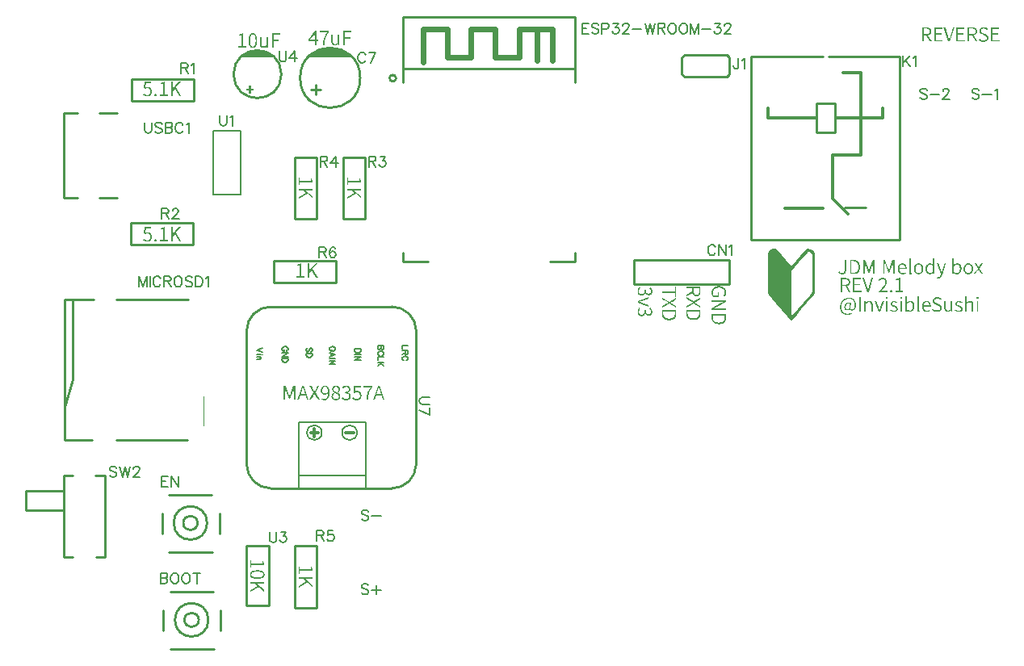
<source format=gto>
G04 Layer: TopSilkscreenLayer*
G04 EasyEDA v6.5.22, 2022-12-04 20:31:14*
G04 182cb613c9664d73b7f9de34f776aa3b,1ae14fa7f5aa486887b2aa5280da83c0,10*
G04 Gerber Generator version 0.2*
G04 Scale: 100 percent, Rotated: No, Reflected: No *
G04 Dimensions in millimeters *
G04 leading zeros omitted , absolute positions ,4 integer and 5 decimal *
%FSLAX45Y45*%
%MOMM*%

%ADD10C,0.1524*%
%ADD11C,0.2540*%
%ADD12C,0.3048*%
%ADD13C,0.2032*%
%ADD14C,0.3000*%
%ADD15C,0.6000*%
%ADD16C,0.1016*%
%ADD17C,0.0147*%

%LPD*%
G36*
X8310168Y6968286D02*
G01*
X8281060Y6954012D01*
X8189366Y6848703D01*
X8165033Y6821170D01*
X8147151Y6801408D01*
X8137601Y6791553D01*
X8135721Y6793230D01*
X8124342Y6805472D01*
X8104733Y6827418D01*
X8079333Y6856425D01*
X7994853Y6953859D01*
X7966862Y6967474D01*
X7939684Y6967474D01*
X7909915Y6951725D01*
X7889697Y6922922D01*
X7889697Y6509054D01*
X7900568Y6490360D01*
X7907375Y6481368D01*
X7935925Y6446570D01*
X7978292Y6396583D01*
X8039100Y6326022D01*
X8098139Y6258763D01*
X8137753Y6258763D01*
X8139328Y6735724D01*
X8146999Y6749694D01*
X8155381Y6760819D01*
X8169960Y6778701D01*
X8189061Y6801358D01*
X8211007Y6826961D01*
X8239963Y6860133D01*
X8262315Y6885279D01*
X8282076Y6907123D01*
X8297570Y6923735D01*
X8307222Y6933285D01*
X8309305Y6934758D01*
X8316163Y6936181D01*
X8322411Y6936486D01*
X8328456Y6935673D01*
X8334806Y6933742D01*
X8338718Y6931558D01*
X8342884Y6928154D01*
X8346897Y6923887D01*
X8350199Y6919366D01*
X8356955Y6908292D01*
X8356803Y6522618D01*
X8350351Y6509105D01*
X8343544Y6499809D01*
X8330641Y6483705D01*
X8312708Y6462014D01*
X8265718Y6406845D01*
X8144814Y6267551D01*
X8137753Y6258763D01*
X8098139Y6258763D01*
X8131403Y6222238D01*
X8136331Y6217412D01*
X8137702Y6216446D01*
X8139074Y6217412D01*
X8146288Y6224676D01*
X8158784Y6238240D01*
X8195716Y6279642D01*
X8242350Y6333032D01*
X8302853Y6403390D01*
X8343849Y6451904D01*
X8359343Y6470650D01*
X8370214Y6484213D01*
X8375497Y6491528D01*
X8385657Y6509054D01*
X8387537Y6915302D01*
X8371636Y6945477D01*
X8343950Y6965035D01*
G37*
G36*
X9333738Y6473698D02*
G01*
X9333738Y6335268D01*
X9350248Y6335268D01*
X9350248Y6394704D01*
X9358325Y6401460D01*
X9366097Y6406388D01*
X9373666Y6409436D01*
X9380982Y6410452D01*
X9386163Y6410096D01*
X9390837Y6409080D01*
X9394952Y6407353D01*
X9398609Y6405067D01*
X9401759Y6402171D01*
X9404400Y6398717D01*
X9406636Y6394754D01*
X9408414Y6390284D01*
X9409785Y6385356D01*
X9410700Y6380073D01*
X9411258Y6374333D01*
X9411462Y6368288D01*
X9411157Y6361582D01*
X9410344Y6355334D01*
X9408972Y6349593D01*
X9407144Y6344310D01*
X9404807Y6339586D01*
X9402064Y6335420D01*
X9398914Y6331813D01*
X9395409Y6328816D01*
X9391548Y6326479D01*
X9387332Y6324752D01*
X9382912Y6323685D01*
X9378188Y6323330D01*
X9372142Y6323939D01*
X9365284Y6325971D01*
X9357868Y6329629D01*
X9350248Y6335268D01*
X9333738Y6335268D01*
X9333738Y6311900D01*
X9346692Y6311900D01*
X9348724Y6323330D01*
X9348978Y6323330D01*
X9356699Y6317386D01*
X9364776Y6313017D01*
X9372854Y6310274D01*
X9380728Y6309360D01*
X9385452Y6309614D01*
X9390075Y6310376D01*
X9394596Y6311595D01*
X9398965Y6313322D01*
X9403130Y6315506D01*
X9407093Y6318148D01*
X9410801Y6321298D01*
X9414256Y6324854D01*
X9417405Y6328867D01*
X9420250Y6333286D01*
X9422739Y6338163D01*
X9424822Y6343446D01*
X9426498Y6349136D01*
X9427718Y6355181D01*
X9428480Y6361684D01*
X9428734Y6368542D01*
X9428530Y6374739D01*
X9428022Y6380632D01*
X9427159Y6386220D01*
X9425889Y6391503D01*
X9424314Y6396482D01*
X9422384Y6401054D01*
X9420148Y6405321D01*
X9417507Y6409131D01*
X9414560Y6412585D01*
X9411309Y6415633D01*
X9407702Y6418275D01*
X9403791Y6420459D01*
X9399524Y6422136D01*
X9394901Y6423406D01*
X9390024Y6424168D01*
X9384792Y6424422D01*
X9380067Y6424117D01*
X9375394Y6423152D01*
X9370771Y6421729D01*
X9366300Y6419799D01*
X9361881Y6417462D01*
X9357614Y6414770D01*
X9353448Y6411823D01*
X9349486Y6408674D01*
X9350248Y6428740D01*
X9350248Y6473698D01*
G37*
G36*
X9458452Y6473698D02*
G01*
X9458452Y6331966D01*
X9459468Y6322314D01*
X9462719Y6315252D01*
X9468307Y6310833D01*
X9476486Y6309360D01*
X9482226Y6309715D01*
X9486392Y6310630D01*
X9483852Y6323584D01*
X9481566Y6323126D01*
X9480042Y6323076D01*
X9478060Y6323533D01*
X9476435Y6324904D01*
X9475368Y6327241D01*
X9474962Y6330696D01*
X9474962Y6473698D01*
G37*
G36*
X9959086Y6473698D02*
G01*
X9959086Y6311900D01*
X9975596Y6311900D01*
X9975596Y6392164D01*
X9979660Y6396278D01*
X9983571Y6399885D01*
X9987330Y6402933D01*
X9991039Y6405422D01*
X9994747Y6407404D01*
X9998608Y6408826D01*
X10002621Y6409639D01*
X10006838Y6409944D01*
X10012121Y6409486D01*
X10016642Y6408166D01*
X10020350Y6405930D01*
X10023348Y6402730D01*
X10025634Y6398463D01*
X10027208Y6393230D01*
X10028123Y6386880D01*
X10028428Y6379464D01*
X10028428Y6311900D01*
X10045192Y6311900D01*
X10045192Y6381496D01*
X10044988Y6388252D01*
X10044277Y6394450D01*
X10043160Y6400088D01*
X10041585Y6405168D01*
X10039502Y6409639D01*
X10037013Y6413550D01*
X10034016Y6416852D01*
X10030510Y6419545D01*
X10026548Y6421678D01*
X10022078Y6423202D01*
X10017150Y6424117D01*
X10011664Y6424422D01*
X10006228Y6424066D01*
X10001097Y6422948D01*
X9996220Y6421221D01*
X9991648Y6418935D01*
X9987229Y6416192D01*
X9982962Y6413042D01*
X9978847Y6409588D01*
X9974834Y6405880D01*
X9975596Y6428740D01*
X9975596Y6473698D01*
G37*
G36*
X9138666Y6467856D02*
G01*
X9133992Y6467094D01*
X9130385Y6464858D01*
X9128048Y6461302D01*
X9127236Y6456680D01*
X9128048Y6451904D01*
X9130385Y6448298D01*
X9133992Y6446012D01*
X9138666Y6445250D01*
X9143238Y6446012D01*
X9146844Y6448298D01*
X9149232Y6451904D01*
X9150096Y6456680D01*
X9149232Y6461302D01*
X9146844Y6464858D01*
X9143238Y6467094D01*
G37*
G36*
X9287510Y6467856D02*
G01*
X9282785Y6467094D01*
X9279077Y6464858D01*
X9276689Y6461302D01*
X9275826Y6456680D01*
X9276689Y6451904D01*
X9279077Y6448298D01*
X9282785Y6446012D01*
X9287510Y6445250D01*
X9291980Y6446012D01*
X9295587Y6448298D01*
X9298025Y6451904D01*
X9298940Y6456680D01*
X9298025Y6461302D01*
X9295587Y6464858D01*
X9291980Y6467094D01*
G37*
G36*
X10089642Y6467856D02*
G01*
X10084968Y6467094D01*
X10081361Y6464858D01*
X10079024Y6461302D01*
X10078212Y6456680D01*
X10079024Y6451904D01*
X10081361Y6448298D01*
X10084968Y6446012D01*
X10089642Y6445250D01*
X10094214Y6446012D01*
X10097820Y6448298D01*
X10100208Y6451904D01*
X10101072Y6456680D01*
X10100208Y6461302D01*
X10097820Y6464858D01*
X10094214Y6467094D01*
G37*
G36*
X9665970Y6463284D02*
G01*
X9659518Y6462928D01*
X9653371Y6461963D01*
X9647631Y6460388D01*
X9642297Y6458254D01*
X9637420Y6455511D01*
X9633102Y6452311D01*
X9629241Y6448653D01*
X9626041Y6444538D01*
X9623450Y6440017D01*
X9621570Y6435140D01*
X9620402Y6429959D01*
X9619996Y6424422D01*
X9620758Y6416852D01*
X9622790Y6410248D01*
X9625939Y6404559D01*
X9630003Y6399682D01*
X9634677Y6395516D01*
X9639808Y6392011D01*
X9645142Y6389065D01*
X9671812Y6377178D01*
X9681768Y6372453D01*
X9686086Y6369913D01*
X9689846Y6367068D01*
X9692944Y6363766D01*
X9695230Y6359906D01*
X9696704Y6355283D01*
X9697212Y6349746D01*
X9696653Y6344259D01*
X9694976Y6339332D01*
X9692284Y6334912D01*
X9688576Y6331204D01*
X9683902Y6328206D01*
X9678365Y6325971D01*
X9671913Y6324549D01*
X9664700Y6324092D01*
X9658756Y6324447D01*
X9652965Y6325412D01*
X9647275Y6327038D01*
X9641890Y6329222D01*
X9636709Y6331915D01*
X9631781Y6335115D01*
X9627260Y6338824D01*
X9623044Y6342888D01*
X9612884Y6331458D01*
X9617862Y6326581D01*
X9623348Y6322212D01*
X9629241Y6318453D01*
X9635540Y6315252D01*
X9642195Y6312712D01*
X9649256Y6310884D01*
X9656673Y6309766D01*
X9664446Y6309360D01*
X9671862Y6309715D01*
X9678822Y6310833D01*
X9685223Y6312560D01*
X9691065Y6314948D01*
X9696348Y6317945D01*
X9700971Y6321450D01*
X9704984Y6325412D01*
X9708337Y6329832D01*
X9710978Y6334658D01*
X9712909Y6339840D01*
X9714077Y6345275D01*
X9714484Y6351016D01*
X9713874Y6358737D01*
X9712045Y6365494D01*
X9709150Y6371336D01*
X9705390Y6376365D01*
X9700768Y6380683D01*
X9695535Y6384442D01*
X9689693Y6387744D01*
X9683496Y6390640D01*
X9657588Y6401714D01*
X9653219Y6403848D01*
X9649104Y6406184D01*
X9645294Y6408928D01*
X9642043Y6412128D01*
X9639503Y6415938D01*
X9637877Y6420408D01*
X9637268Y6425692D01*
X9637776Y6430670D01*
X9639300Y6435140D01*
X9641789Y6439052D01*
X9645142Y6442354D01*
X9649307Y6444996D01*
X9654184Y6446926D01*
X9659772Y6448145D01*
X9665970Y6448552D01*
X9671151Y6448298D01*
X9676028Y6447536D01*
X9680651Y6446316D01*
X9685020Y6444691D01*
X9689134Y6442608D01*
X9693046Y6440170D01*
X9696754Y6437426D01*
X9700260Y6434328D01*
X9709404Y6444996D01*
X9705340Y6448856D01*
X9700869Y6452362D01*
X9695942Y6455460D01*
X9690658Y6458153D01*
X9684969Y6460286D01*
X9678924Y6461912D01*
X9672574Y6462928D01*
G37*
G36*
X8846820Y6460744D02*
G01*
X8846820Y6311900D01*
X8863584Y6311900D01*
X8863584Y6460744D01*
G37*
G36*
X8740902Y6457696D02*
G01*
X8735568Y6457543D01*
X8730335Y6457086D01*
X8725154Y6456375D01*
X8715044Y6454038D01*
X8705291Y6450584D01*
X8700617Y6448450D01*
X8696045Y6446062D01*
X8691626Y6443421D01*
X8687308Y6440525D01*
X8683193Y6437376D01*
X8675471Y6430365D01*
X8671915Y6426504D01*
X8668562Y6422440D01*
X8665362Y6418122D01*
X8662416Y6413652D01*
X8659723Y6408928D01*
X8657234Y6404000D01*
X8655050Y6398869D01*
X8653068Y6393535D01*
X8651392Y6388049D01*
X8649970Y6382359D01*
X8648903Y6376466D01*
X8648090Y6370472D01*
X8647582Y6364224D01*
X8647430Y6357874D01*
X8647633Y6351473D01*
X8648141Y6345326D01*
X8649004Y6339484D01*
X8650224Y6333845D01*
X8651748Y6328460D01*
X8653576Y6323330D01*
X8655659Y6318453D01*
X8658098Y6313881D01*
X8660790Y6309512D01*
X8663736Y6305448D01*
X8666937Y6301638D01*
X8670340Y6298082D01*
X8673998Y6294831D01*
X8677910Y6291834D01*
X8682024Y6289090D01*
X8686292Y6286652D01*
X8690762Y6284518D01*
X8695436Y6282639D01*
X8700262Y6281013D01*
X8705240Y6279692D01*
X8710320Y6278676D01*
X8715603Y6277965D01*
X8720937Y6277508D01*
X8726424Y6277356D01*
X8732266Y6277559D01*
X8737904Y6278067D01*
X8743442Y6278981D01*
X8748826Y6280251D01*
X8754110Y6281877D01*
X8759291Y6283909D01*
X8764371Y6286296D01*
X8769350Y6289040D01*
X8764524Y6299200D01*
X8756446Y6294983D01*
X8752078Y6293205D01*
X8742832Y6290462D01*
X8737904Y6289548D01*
X8732875Y6288989D01*
X8727694Y6288786D01*
X8721902Y6288989D01*
X8716314Y6289548D01*
X8710879Y6290513D01*
X8705596Y6291783D01*
X8700617Y6293459D01*
X8695791Y6295491D01*
X8691219Y6297879D01*
X8686901Y6300622D01*
X8682888Y6303721D01*
X8679129Y6307124D01*
X8675624Y6310833D01*
X8672474Y6314897D01*
X8669629Y6319266D01*
X8667140Y6323990D01*
X8664956Y6328968D01*
X8663178Y6334252D01*
X8661755Y6339890D01*
X8660739Y6345732D01*
X8660079Y6351930D01*
X8659876Y6358382D01*
X8660079Y6364935D01*
X8660688Y6371336D01*
X8661654Y6377482D01*
X8662974Y6383426D01*
X8664651Y6389116D01*
X8666683Y6394602D01*
X8668969Y6399885D01*
X8671560Y6404864D01*
X8674455Y6409639D01*
X8677605Y6414109D01*
X8681008Y6418376D01*
X8684615Y6422339D01*
X8688425Y6425996D01*
X8692438Y6429400D01*
X8696655Y6432499D01*
X8701024Y6435344D01*
X8705494Y6437833D01*
X8710117Y6440017D01*
X8714892Y6441897D01*
X8719718Y6443472D01*
X8724595Y6444691D01*
X8729573Y6445554D01*
X8734602Y6446062D01*
X8739632Y6446266D01*
X8747048Y6445961D01*
X8754008Y6445046D01*
X8760510Y6443573D01*
X8766556Y6441541D01*
X8772194Y6439001D01*
X8777325Y6435953D01*
X8782050Y6432397D01*
X8786266Y6428384D01*
X8789974Y6423964D01*
X8793226Y6419088D01*
X8796020Y6413855D01*
X8798306Y6408216D01*
X8800084Y6402273D01*
X8801354Y6395974D01*
X8802116Y6389370D01*
X8802370Y6382512D01*
X8802014Y6375298D01*
X8801100Y6368592D01*
X8799576Y6362446D01*
X8797544Y6356858D01*
X8795105Y6351879D01*
X8792362Y6347510D01*
X8789263Y6343751D01*
X8785910Y6340652D01*
X8782456Y6338214D01*
X8778849Y6336436D01*
X8775242Y6335369D01*
X8771636Y6335014D01*
X8767165Y6335420D01*
X8763558Y6336690D01*
X8760714Y6338824D01*
X8758732Y6341770D01*
X8757513Y6345631D01*
X8757158Y6350355D01*
X8757615Y6355943D01*
X8767572Y6406896D01*
X8756396Y6406896D01*
X8754110Y6397752D01*
X8753602Y6397752D01*
X8750046Y6402730D01*
X8745778Y6406184D01*
X8740902Y6408267D01*
X8735314Y6408928D01*
X8728862Y6408369D01*
X8722868Y6406692D01*
X8717330Y6404102D01*
X8712250Y6400698D01*
X8707729Y6396532D01*
X8703716Y6391757D01*
X8700262Y6386474D01*
X8697417Y6380835D01*
X8695131Y6374942D01*
X8693505Y6368897D01*
X8692489Y6362852D01*
X8692194Y6357874D01*
X8705596Y6357874D01*
X8706104Y6364579D01*
X8707628Y6371386D01*
X8710117Y6377940D01*
X8713470Y6383985D01*
X8717686Y6389217D01*
X8722715Y6393332D01*
X8728557Y6396024D01*
X8735060Y6396990D01*
X8739632Y6396532D01*
X8743543Y6394907D01*
X8747048Y6391960D01*
X8750300Y6387338D01*
X8743950Y6350508D01*
X8738057Y6344310D01*
X8732418Y6340043D01*
X8727033Y6337554D01*
X8721852Y6336792D01*
X8715451Y6337960D01*
X8710320Y6341618D01*
X8706866Y6348171D01*
X8705596Y6357874D01*
X8692194Y6357874D01*
X8692642Y6349593D01*
X8694216Y6343192D01*
X8696604Y6337706D01*
X8699855Y6333134D01*
X8703767Y6329578D01*
X8708339Y6326936D01*
X8713368Y6325362D01*
X8718804Y6324854D01*
X8726373Y6326124D01*
X8733688Y6329476D01*
X8740495Y6334506D01*
X8746490Y6340602D01*
X8746998Y6340602D01*
X8749385Y6333032D01*
X8754364Y6327698D01*
X8761425Y6324600D01*
X8770112Y6323584D01*
X8773922Y6323838D01*
X8777782Y6324549D01*
X8781643Y6325717D01*
X8785504Y6327394D01*
X8789263Y6329476D01*
X8792921Y6332067D01*
X8796426Y6335166D01*
X8799728Y6338671D01*
X8802827Y6342634D01*
X8805621Y6347104D01*
X8808110Y6351981D01*
X8810244Y6357315D01*
X8811971Y6363157D01*
X8813241Y6369405D01*
X8814054Y6376111D01*
X8814308Y6383274D01*
X8814104Y6389776D01*
X8813495Y6396075D01*
X8812428Y6402171D01*
X8811006Y6407962D01*
X8809177Y6413550D01*
X8806992Y6418834D01*
X8804402Y6423863D01*
X8801506Y6428587D01*
X8798204Y6432956D01*
X8794546Y6437071D01*
X8790584Y6440830D01*
X8786266Y6444234D01*
X8781643Y6447282D01*
X8776716Y6449974D01*
X8771432Y6452260D01*
X8765895Y6454190D01*
X8760053Y6455714D01*
X8753957Y6456781D01*
X8747556Y6457492D01*
G37*
G36*
X8956294Y6424422D02*
G01*
X8950858Y6424066D01*
X8945676Y6422948D01*
X8940800Y6421221D01*
X8936126Y6418935D01*
X8931656Y6416141D01*
X8927388Y6412941D01*
X8923274Y6409436D01*
X8919210Y6405626D01*
X8918702Y6405626D01*
X8916924Y6421628D01*
X8903716Y6421628D01*
X8903716Y6311900D01*
X8919972Y6311900D01*
X8919972Y6392164D01*
X8928049Y6399885D01*
X8931859Y6402933D01*
X8935618Y6405422D01*
X8939377Y6407404D01*
X8943238Y6408826D01*
X8947251Y6409639D01*
X8951468Y6409944D01*
X8956751Y6409486D01*
X8961272Y6408166D01*
X8964980Y6405930D01*
X8967978Y6402730D01*
X8970264Y6398463D01*
X8971838Y6393230D01*
X8972753Y6386880D01*
X8973058Y6379464D01*
X8973058Y6311900D01*
X8989822Y6311900D01*
X8989822Y6381496D01*
X8989618Y6388252D01*
X8988907Y6394450D01*
X8987790Y6400088D01*
X8986215Y6405168D01*
X8984132Y6409639D01*
X8981643Y6413550D01*
X8978646Y6416852D01*
X8975140Y6419545D01*
X8971178Y6421678D01*
X8966708Y6423202D01*
X8961780Y6424117D01*
G37*
G36*
X9215628Y6424422D02*
G01*
X9207246Y6423812D01*
X9199829Y6422034D01*
X9193428Y6419240D01*
X9188094Y6415532D01*
X9183878Y6411010D01*
X9180779Y6405778D01*
X9178950Y6399987D01*
X9178290Y6393688D01*
X9179052Y6387236D01*
X9181185Y6381750D01*
X9184487Y6377025D01*
X9188754Y6373063D01*
X9193682Y6369710D01*
X9199168Y6366865D01*
X9204960Y6364376D01*
X9220047Y6358534D01*
X9224365Y6356451D01*
X9228277Y6354064D01*
X9231630Y6351371D01*
X9234220Y6348272D01*
X9235846Y6344716D01*
X9236456Y6340602D01*
X9235033Y6333439D01*
X9230715Y6327648D01*
X9223603Y6323736D01*
X9213596Y6322314D01*
X9203994Y6323279D01*
X9195562Y6325971D01*
X9187891Y6330137D01*
X9180576Y6335522D01*
X9172194Y6324346D01*
X9176308Y6321247D01*
X9180779Y6318351D01*
X9185554Y6315811D01*
X9190634Y6313627D01*
X9195968Y6311849D01*
X9201505Y6310477D01*
X9207246Y6309664D01*
X9213088Y6309360D01*
X9222079Y6310020D01*
X9229902Y6311900D01*
X9236608Y6314846D01*
X9242196Y6318808D01*
X9246514Y6323533D01*
X9249664Y6328968D01*
X9251543Y6334963D01*
X9252204Y6341364D01*
X9251391Y6348526D01*
X9249156Y6354521D01*
X9245752Y6359448D01*
X9241332Y6363563D01*
X9236151Y6366967D01*
X9230461Y6369913D01*
X9218422Y6374892D01*
X9209278Y6378346D01*
X9201607Y6382308D01*
X9196273Y6387541D01*
X9194292Y6394704D01*
X9195612Y6401054D01*
X9199524Y6406286D01*
X9206179Y6409893D01*
X9215628Y6411214D01*
X9222790Y6410452D01*
X9229293Y6408369D01*
X9235287Y6405321D01*
X9241028Y6401562D01*
X9249156Y6412230D01*
X9242247Y6417005D01*
X9234220Y6420916D01*
X9225280Y6423456D01*
G37*
G36*
X9555734Y6424422D02*
G01*
X9551060Y6424168D01*
X9546386Y6423406D01*
X9541865Y6422136D01*
X9537446Y6420408D01*
X9533229Y6418224D01*
X9529165Y6415532D01*
X9525355Y6412433D01*
X9521799Y6408928D01*
X9518548Y6404965D01*
X9515602Y6400647D01*
X9513011Y6395872D01*
X9510826Y6390792D01*
X9509099Y6385306D01*
X9507778Y6379464D01*
X9507245Y6375400D01*
X9522968Y6375400D01*
X9524390Y6383324D01*
X9526828Y6390386D01*
X9530130Y6396482D01*
X9534245Y6401562D01*
X9539020Y6405626D01*
X9544304Y6408572D01*
X9549993Y6410350D01*
X9555988Y6410960D01*
X9562338Y6410401D01*
X9567926Y6408674D01*
X9572802Y6405880D01*
X9576866Y6401968D01*
X9580118Y6396939D01*
X9582505Y6390792D01*
X9583928Y6383629D01*
X9584436Y6375400D01*
X9507245Y6375400D01*
X9506966Y6373266D01*
X9506712Y6366764D01*
X9506966Y6360160D01*
X9507778Y6353962D01*
X9509048Y6348069D01*
X9510776Y6342583D01*
X9512960Y6337452D01*
X9515551Y6332728D01*
X9518548Y6328460D01*
X9521901Y6324549D01*
X9525558Y6321044D01*
X9529572Y6317996D01*
X9533890Y6315405D01*
X9538411Y6313271D01*
X9543237Y6311544D01*
X9548215Y6310325D01*
X9553448Y6309614D01*
X9558782Y6309360D01*
X9564319Y6309614D01*
X9569500Y6310223D01*
X9574326Y6311290D01*
X9578898Y6312662D01*
X9583166Y6314338D01*
X9587179Y6316218D01*
X9594596Y6320536D01*
X9588500Y6331458D01*
X9582251Y6327698D01*
X9575596Y6324904D01*
X9568484Y6323177D01*
X9560814Y6322568D01*
X9555429Y6322923D01*
X9550450Y6323888D01*
X9545777Y6325463D01*
X9541459Y6327698D01*
X9537598Y6330442D01*
X9534093Y6333744D01*
X9531096Y6337554D01*
X9528505Y6341821D01*
X9526422Y6346545D01*
X9524847Y6351727D01*
X9523730Y6357264D01*
X9523222Y6363208D01*
X9598152Y6363208D01*
X9598710Y6367678D01*
X9598914Y6373114D01*
X9598609Y6380784D01*
X9597644Y6387947D01*
X9596018Y6394500D01*
X9593834Y6400546D01*
X9590989Y6405930D01*
X9587636Y6410655D01*
X9583623Y6414770D01*
X9579102Y6418173D01*
X9574072Y6420866D01*
X9568434Y6422847D01*
X9562338Y6424015D01*
G37*
G36*
X9895586Y6424422D02*
G01*
X9887204Y6423812D01*
X9879787Y6422034D01*
X9873386Y6419240D01*
X9868052Y6415532D01*
X9863836Y6411010D01*
X9860737Y6405778D01*
X9858908Y6399987D01*
X9858248Y6393688D01*
X9859010Y6387236D01*
X9861092Y6381750D01*
X9864394Y6377025D01*
X9868611Y6373063D01*
X9873538Y6369710D01*
X9879025Y6366865D01*
X9884816Y6364376D01*
X9900005Y6358534D01*
X9904323Y6356451D01*
X9908235Y6354064D01*
X9911588Y6351371D01*
X9914178Y6348272D01*
X9915804Y6344716D01*
X9916414Y6340602D01*
X9914991Y6333439D01*
X9910673Y6327648D01*
X9903561Y6323736D01*
X9893554Y6322314D01*
X9883952Y6323279D01*
X9875418Y6325971D01*
X9867747Y6330137D01*
X9860534Y6335522D01*
X9852152Y6324346D01*
X9856266Y6321247D01*
X9860737Y6318351D01*
X9865512Y6315811D01*
X9870592Y6313627D01*
X9875926Y6311849D01*
X9881463Y6310477D01*
X9887204Y6309664D01*
X9893046Y6309360D01*
X9902037Y6310020D01*
X9909860Y6311900D01*
X9916566Y6314846D01*
X9922154Y6318808D01*
X9926472Y6323533D01*
X9929622Y6328968D01*
X9931501Y6334963D01*
X9932162Y6341364D01*
X9931349Y6348526D01*
X9929114Y6354521D01*
X9925710Y6359448D01*
X9921290Y6363563D01*
X9916109Y6366967D01*
X9910419Y6369913D01*
X9898380Y6374892D01*
X9889236Y6378346D01*
X9881565Y6382308D01*
X9876231Y6387541D01*
X9874250Y6394704D01*
X9875570Y6401054D01*
X9879482Y6406286D01*
X9886137Y6409893D01*
X9895586Y6411214D01*
X9902647Y6410452D01*
X9909098Y6408369D01*
X9915093Y6405321D01*
X9920732Y6401562D01*
X9928860Y6412230D01*
X9922103Y6417005D01*
X9914128Y6420916D01*
X9905238Y6423456D01*
G37*
G36*
X9009888Y6421628D02*
G01*
X9050020Y6311900D01*
X9069324Y6311900D01*
X9108440Y6421628D01*
X9092184Y6421628D01*
X9070340Y6357874D01*
X9065361Y6341465D01*
X9060180Y6325616D01*
X9059164Y6325616D01*
X9053982Y6341465D01*
X9049004Y6357874D01*
X9027160Y6421628D01*
G37*
G36*
X9130284Y6421628D02*
G01*
X9130284Y6311900D01*
X9146794Y6311900D01*
X9146794Y6421628D01*
G37*
G36*
X9279128Y6421628D02*
G01*
X9279128Y6311900D01*
X9295638Y6311900D01*
X9295638Y6421628D01*
G37*
G36*
X9740900Y6421628D02*
G01*
X9740900Y6352032D01*
X9741103Y6345275D01*
X9741763Y6339078D01*
X9742881Y6333490D01*
X9744456Y6328460D01*
X9746488Y6323990D01*
X9748977Y6320129D01*
X9751974Y6316827D01*
X9755479Y6314135D01*
X9759442Y6312052D01*
X9763912Y6310579D01*
X9768890Y6309664D01*
X9774428Y6309360D01*
X9779965Y6309715D01*
X9785096Y6310833D01*
X9789972Y6312560D01*
X9794544Y6314897D01*
X9798862Y6317843D01*
X9803028Y6321247D01*
X9807092Y6325158D01*
X9811004Y6329426D01*
X9811512Y6329426D01*
X9813036Y6311900D01*
X9826498Y6311900D01*
X9826498Y6421628D01*
X9809988Y6421628D01*
X9809988Y6342888D01*
X9806025Y6338265D01*
X9802164Y6334302D01*
X9798456Y6331000D01*
X9794798Y6328257D01*
X9791141Y6326225D01*
X9787331Y6324752D01*
X9783419Y6323888D01*
X9779254Y6323584D01*
X9773869Y6324041D01*
X9769297Y6325362D01*
X9765538Y6327648D01*
X9762540Y6330899D01*
X9760254Y6335166D01*
X9758629Y6340398D01*
X9757714Y6346698D01*
X9757410Y6354064D01*
X9757410Y6421628D01*
G37*
G36*
X10081260Y6421628D02*
G01*
X10081260Y6311900D01*
X10097770Y6311900D01*
X10097770Y6421628D01*
G37*
G36*
X9093962Y6666484D02*
G01*
X9087256Y6666077D01*
X9081058Y6664909D01*
X9075318Y6663029D01*
X9069882Y6660489D01*
X9064802Y6657340D01*
X9059976Y6653631D01*
X9055303Y6649364D01*
X9050782Y6644640D01*
X9060434Y6635496D01*
X9063786Y6639102D01*
X9067292Y6642404D01*
X9071000Y6645402D01*
X9074861Y6647992D01*
X9078925Y6650075D01*
X9083192Y6651701D01*
X9087612Y6652666D01*
X9092184Y6653022D01*
X9098940Y6652412D01*
X9104731Y6650685D01*
X9109608Y6647942D01*
X9113520Y6644233D01*
X9116568Y6639712D01*
X9118701Y6634480D01*
X9119971Y6628638D01*
X9120378Y6622288D01*
X9120225Y6618427D01*
X9118955Y6610400D01*
X9116364Y6602069D01*
X9112402Y6593382D01*
X9109913Y6588861D01*
X9103918Y6579565D01*
X9096451Y6569760D01*
X9087561Y6559448D01*
X9077147Y6548577D01*
X9065260Y6537096D01*
X9051798Y6525006D01*
X9051798Y6515100D01*
X9143746Y6515100D01*
X9143746Y6529324D01*
X9095282Y6529222D01*
X9076690Y6528054D01*
X9087205Y6538214D01*
X9096857Y6548221D01*
X9105646Y6557975D01*
X9113469Y6567576D01*
X9120276Y6577075D01*
X9126016Y6586423D01*
X9130538Y6595668D01*
X9132366Y6600291D01*
X9133890Y6604863D01*
X9135059Y6609435D01*
X9135922Y6613956D01*
X9136481Y6618528D01*
X9136634Y6623050D01*
X9136278Y6629450D01*
X9135313Y6635445D01*
X9133687Y6640982D01*
X9131452Y6646062D01*
X9128607Y6650634D01*
X9125204Y6654647D01*
X9121241Y6658152D01*
X9116771Y6661099D01*
X9111792Y6663436D01*
X9106306Y6665112D01*
X9100362Y6666128D01*
G37*
G36*
X8656828Y6663944D02*
G01*
X8656828Y6650228D01*
X8699500Y6650228D01*
X8708034Y6649872D01*
X8715502Y6648754D01*
X8721902Y6646824D01*
X8727236Y6644030D01*
X8731402Y6640220D01*
X8734399Y6635445D01*
X8736228Y6629552D01*
X8736838Y6622542D01*
X8736228Y6615582D01*
X8734399Y6609588D01*
X8731402Y6604508D01*
X8727236Y6600393D01*
X8721902Y6597192D01*
X8715502Y6594906D01*
X8708034Y6593535D01*
X8699500Y6593078D01*
X8673592Y6593078D01*
X8673592Y6650228D01*
X8656828Y6650228D01*
X8656828Y6515100D01*
X8673592Y6515100D01*
X8673592Y6579362D01*
X8701532Y6579362D01*
X8738616Y6515100D01*
X8757412Y6515100D01*
X8719058Y6580886D01*
X8724188Y6582257D01*
X8728913Y6584035D01*
X8733332Y6586169D01*
X8737396Y6588658D01*
X8741003Y6591503D01*
X8744254Y6594754D01*
X8746998Y6598412D01*
X8749334Y6602425D01*
X8751163Y6606844D01*
X8752484Y6611670D01*
X8753348Y6616903D01*
X8753602Y6622542D01*
X8753144Y6629755D01*
X8751925Y6636207D01*
X8749842Y6641846D01*
X8746998Y6646824D01*
X8743492Y6651091D01*
X8739276Y6654647D01*
X8734450Y6657644D01*
X8729014Y6659981D01*
X8723071Y6661759D01*
X8716568Y6662978D01*
X8709660Y6663690D01*
X8702294Y6663944D01*
G37*
G36*
X8784082Y6663944D02*
G01*
X8784082Y6515100D01*
X8871204Y6515100D01*
X8871204Y6529324D01*
X8801100Y6529324D01*
X8801100Y6586474D01*
X8857996Y6586474D01*
X8857996Y6600698D01*
X8801100Y6600698D01*
X8801100Y6649720D01*
X8868918Y6649720D01*
X8868918Y6663944D01*
G37*
G36*
X8882380Y6663944D02*
G01*
X8930132Y6515100D01*
X8949436Y6515100D01*
X8997188Y6663944D01*
X8979916Y6663944D01*
X8942628Y6539026D01*
X8940546Y6532626D01*
X8939784Y6532626D01*
X8900160Y6663944D01*
G37*
G36*
X9264396Y6663944D02*
G01*
X9258147Y6660591D01*
X9251188Y6657797D01*
X9243263Y6655562D01*
X9234170Y6653784D01*
X9234170Y6642862D01*
X9260332Y6642862D01*
X9260332Y6528816D01*
X9227058Y6528816D01*
X9227058Y6515100D01*
X9307068Y6515100D01*
X9307068Y6528816D01*
X9276842Y6528816D01*
X9276842Y6663944D01*
G37*
G36*
X9181338Y6538976D02*
G01*
X9176613Y6538010D01*
X9172651Y6535318D01*
X9169908Y6531051D01*
X9168892Y6525514D01*
X9169908Y6520180D01*
X9172651Y6516065D01*
X9176613Y6513474D01*
X9181338Y6512559D01*
X9186214Y6513474D01*
X9190278Y6516065D01*
X9193022Y6520180D01*
X9194038Y6525514D01*
X9193022Y6531051D01*
X9190278Y6535267D01*
X9186214Y6538010D01*
G37*
G36*
X9372600Y6867398D02*
G01*
X9372600Y6725666D01*
X9373616Y6716014D01*
X9376867Y6708952D01*
X9382455Y6704533D01*
X9390634Y6703059D01*
X9396374Y6703415D01*
X9400540Y6704330D01*
X9398000Y6717284D01*
X9395714Y6716826D01*
X9394190Y6716775D01*
X9392208Y6717233D01*
X9390583Y6718604D01*
X9389516Y6720941D01*
X9389110Y6724396D01*
X9389110Y6867398D01*
G37*
G36*
X9621774Y6867398D02*
G01*
X9621774Y6824218D01*
X9622536Y6805168D01*
X9615271Y6810603D01*
X9608007Y6814718D01*
X9600133Y6817258D01*
X9591040Y6818122D01*
X9586366Y6817868D01*
X9581743Y6817106D01*
X9577273Y6815836D01*
X9572955Y6814058D01*
X9568840Y6811873D01*
X9564878Y6809181D01*
X9561169Y6806082D01*
X9557715Y6802526D01*
X9554565Y6798564D01*
X9551771Y6794246D01*
X9549282Y6789470D01*
X9547199Y6784390D01*
X9545523Y6778904D01*
X9544304Y6773062D01*
X9543542Y6766915D01*
X9543288Y6760464D01*
X9560560Y6760464D01*
X9560864Y6766712D01*
X9561728Y6772605D01*
X9563100Y6778091D01*
X9565030Y6783171D01*
X9567367Y6787794D01*
X9570161Y6791909D01*
X9573310Y6795516D01*
X9576866Y6798513D01*
X9580727Y6800951D01*
X9584842Y6802678D01*
X9589211Y6803796D01*
X9593834Y6804152D01*
X9600793Y6803440D01*
X9607600Y6801307D01*
X9614560Y6797497D01*
X9621774Y6791959D01*
X9621774Y6732524D01*
X9614560Y6725818D01*
X9607296Y6720992D01*
X9599828Y6718046D01*
X9592056Y6717030D01*
X9587230Y6717385D01*
X9582759Y6718401D01*
X9578644Y6720027D01*
X9574987Y6722313D01*
X9571685Y6725208D01*
X9568789Y6728663D01*
X9566300Y6732676D01*
X9564268Y6737248D01*
X9562642Y6742328D01*
X9561474Y6747916D01*
X9560814Y6753961D01*
X9560560Y6760464D01*
X9543288Y6760464D01*
X9543491Y6753758D01*
X9544100Y6747408D01*
X9545116Y6741464D01*
X9546488Y6735978D01*
X9548266Y6730847D01*
X9550349Y6726123D01*
X9552838Y6721805D01*
X9555632Y6717944D01*
X9558782Y6714490D01*
X9562185Y6711492D01*
X9565944Y6708952D01*
X9569958Y6706870D01*
X9574276Y6705193D01*
X9578848Y6704025D01*
X9583674Y6703314D01*
X9588754Y6703059D01*
X9593732Y6703364D01*
X9598507Y6704330D01*
X9603079Y6705752D01*
X9607448Y6707682D01*
X9611614Y6710019D01*
X9615525Y6712712D01*
X9619132Y6715658D01*
X9622536Y6718808D01*
X9623298Y6718808D01*
X9624568Y6705600D01*
X9638284Y6705600D01*
X9638284Y6867398D01*
G37*
G36*
X9825990Y6867398D02*
G01*
X9825990Y6728968D01*
X9842500Y6728968D01*
X9842500Y6788403D01*
X9850577Y6795160D01*
X9858349Y6800088D01*
X9865918Y6803136D01*
X9873234Y6804152D01*
X9878415Y6803796D01*
X9883089Y6802780D01*
X9887204Y6801053D01*
X9890861Y6798767D01*
X9894011Y6795871D01*
X9896652Y6792417D01*
X9898888Y6788454D01*
X9900666Y6783984D01*
X9902037Y6779056D01*
X9902952Y6773773D01*
X9903510Y6768033D01*
X9903714Y6761988D01*
X9903409Y6755282D01*
X9902596Y6749034D01*
X9901224Y6743293D01*
X9899396Y6738010D01*
X9897059Y6733286D01*
X9894316Y6729120D01*
X9891166Y6725513D01*
X9887661Y6722516D01*
X9883800Y6720179D01*
X9879584Y6718452D01*
X9875164Y6717385D01*
X9870440Y6717030D01*
X9864394Y6717639D01*
X9857536Y6719671D01*
X9850120Y6723329D01*
X9842500Y6728968D01*
X9825990Y6728968D01*
X9825990Y6705600D01*
X9838944Y6705600D01*
X9840976Y6717030D01*
X9841230Y6717030D01*
X9848951Y6711086D01*
X9857028Y6706717D01*
X9865106Y6703974D01*
X9872980Y6703059D01*
X9877704Y6703314D01*
X9882327Y6704075D01*
X9886848Y6705295D01*
X9891217Y6707022D01*
X9895382Y6709206D01*
X9899345Y6711848D01*
X9903053Y6714998D01*
X9906508Y6718553D01*
X9909657Y6722567D01*
X9912502Y6726986D01*
X9914991Y6731863D01*
X9917074Y6737146D01*
X9918750Y6742836D01*
X9919970Y6748881D01*
X9920732Y6755384D01*
X9920986Y6762242D01*
X9920782Y6768439D01*
X9920274Y6774332D01*
X9919411Y6779920D01*
X9918141Y6785203D01*
X9916566Y6790181D01*
X9914636Y6794753D01*
X9912400Y6799021D01*
X9909759Y6802831D01*
X9906812Y6806285D01*
X9903561Y6809333D01*
X9899954Y6811975D01*
X9896043Y6814159D01*
X9891776Y6815836D01*
X9887153Y6817106D01*
X9882276Y6817868D01*
X9877044Y6818122D01*
X9872319Y6817817D01*
X9867646Y6816852D01*
X9863023Y6815429D01*
X9858552Y6813499D01*
X9854133Y6811162D01*
X9849866Y6808470D01*
X9845700Y6805523D01*
X9841738Y6802374D01*
X9842500Y6822440D01*
X9842500Y6867398D01*
G37*
G36*
X8693912Y6854444D02*
G01*
X8693912Y6750050D01*
X8693505Y6742125D01*
X8692388Y6735368D01*
X8690508Y6729780D01*
X8687816Y6725361D01*
X8684361Y6721957D01*
X8680196Y6719620D01*
X8675268Y6718249D01*
X8669528Y6717792D01*
X8661603Y6718706D01*
X8654592Y6721602D01*
X8648446Y6726783D01*
X8643112Y6734556D01*
X8630920Y6726174D01*
X8634272Y6720789D01*
X8638133Y6716115D01*
X8642400Y6712153D01*
X8647125Y6708902D01*
X8652357Y6706362D01*
X8658047Y6704533D01*
X8664194Y6703415D01*
X8670798Y6703059D01*
X8677605Y6703466D01*
X8683752Y6704685D01*
X8689187Y6706616D01*
X8693962Y6709257D01*
X8698077Y6712508D01*
X8701633Y6716369D01*
X8704529Y6720738D01*
X8706916Y6725564D01*
X8708694Y6730796D01*
X8709964Y6736435D01*
X8710676Y6742328D01*
X8710930Y6748525D01*
X8710930Y6854444D01*
G37*
G36*
X8751824Y6854444D02*
G01*
X8751824Y6840474D01*
X8786876Y6840474D01*
X8793429Y6840220D01*
X8799525Y6839458D01*
X8805214Y6838188D01*
X8810447Y6836460D01*
X8815273Y6834225D01*
X8819692Y6831533D01*
X8823655Y6828383D01*
X8827211Y6824776D01*
X8830310Y6820712D01*
X8833002Y6816242D01*
X8835288Y6811314D01*
X8837168Y6805980D01*
X8838590Y6800189D01*
X8839657Y6794042D01*
X8840266Y6787489D01*
X8840470Y6780530D01*
X8840266Y6773621D01*
X8839657Y6767017D01*
X8838590Y6760819D01*
X8837168Y6754977D01*
X8835288Y6749542D01*
X8833002Y6744512D01*
X8830310Y6739890D01*
X8827211Y6735724D01*
X8823655Y6731965D01*
X8819692Y6728714D01*
X8815273Y6725869D01*
X8810447Y6723583D01*
X8805214Y6721703D01*
X8799525Y6720382D01*
X8793429Y6719570D01*
X8786876Y6719316D01*
X8768588Y6719316D01*
X8768588Y6840474D01*
X8751824Y6840474D01*
X8751824Y6705600D01*
X8788908Y6705600D01*
X8795512Y6705803D01*
X8801811Y6706412D01*
X8807805Y6707479D01*
X8813444Y6708902D01*
X8818727Y6710730D01*
X8823706Y6712966D01*
X8828379Y6715556D01*
X8832646Y6718503D01*
X8836660Y6721856D01*
X8840266Y6725564D01*
X8843568Y6729577D01*
X8846515Y6733946D01*
X8849156Y6738670D01*
X8851442Y6743750D01*
X8853322Y6749084D01*
X8854948Y6754774D01*
X8856167Y6760768D01*
X8857030Y6767068D01*
X8857589Y6773672D01*
X8857742Y6780530D01*
X8857589Y6787388D01*
X8857030Y6793941D01*
X8856167Y6800240D01*
X8854897Y6806184D01*
X8853322Y6811772D01*
X8851392Y6817106D01*
X8849106Y6822084D01*
X8846515Y6826758D01*
X8843518Y6831025D01*
X8840216Y6835038D01*
X8836558Y6838645D01*
X8832545Y6841896D01*
X8828227Y6844792D01*
X8823553Y6847331D01*
X8818524Y6849465D01*
X8813190Y6851243D01*
X8807500Y6852615D01*
X8801455Y6853631D01*
X8795105Y6854240D01*
X8788400Y6854444D01*
G37*
G36*
X8890508Y6854444D02*
G01*
X8890508Y6705600D01*
X8905748Y6705600D01*
X8905697Y6796430D01*
X8904681Y6818630D01*
X8903716Y6834631D01*
X8904478Y6834631D01*
X8916416Y6800850D01*
X8945626Y6720840D01*
X8957056Y6720840D01*
X8986266Y6800850D01*
X8997950Y6834631D01*
X8998712Y6834631D01*
X8996883Y6801713D01*
X8996680Y6791452D01*
X8996680Y6705600D01*
X9012428Y6705600D01*
X9012428Y6854444D01*
X8991600Y6854444D01*
X8962644Y6773164D01*
X8952230Y6741414D01*
X8951214Y6741414D01*
X8940546Y6773164D01*
X8911336Y6854444D01*
G37*
G36*
X9099296Y6854444D02*
G01*
X9099296Y6705600D01*
X9114536Y6705600D01*
X9114485Y6796430D01*
X9113469Y6818630D01*
X9112504Y6834631D01*
X9113266Y6834631D01*
X9124950Y6800850D01*
X9154160Y6720840D01*
X9165844Y6720840D01*
X9194800Y6800850D01*
X9206738Y6834631D01*
X9207500Y6834631D01*
X9205671Y6801713D01*
X9205468Y6791452D01*
X9205468Y6705600D01*
X9221216Y6705600D01*
X9221216Y6854444D01*
X9200388Y6854444D01*
X9171432Y6773164D01*
X9161018Y6741414D01*
X9160002Y6741414D01*
X9149080Y6773164D01*
X9119870Y6854444D01*
G37*
G36*
X9301480Y6818122D02*
G01*
X9296806Y6817868D01*
X9292183Y6817106D01*
X9287662Y6815836D01*
X9283242Y6814108D01*
X9279026Y6811924D01*
X9275013Y6809231D01*
X9271203Y6806133D01*
X9267647Y6802628D01*
X9264446Y6798665D01*
X9261500Y6794347D01*
X9258960Y6789572D01*
X9256776Y6784492D01*
X9255048Y6779006D01*
X9253778Y6773164D01*
X9253245Y6769100D01*
X9268968Y6769100D01*
X9270288Y6777024D01*
X9272676Y6784086D01*
X9275927Y6790181D01*
X9279991Y6795262D01*
X9284766Y6799325D01*
X9290050Y6802272D01*
X9295739Y6804050D01*
X9301734Y6804659D01*
X9308134Y6804101D01*
X9313773Y6802374D01*
X9318650Y6799580D01*
X9322714Y6795668D01*
X9325914Y6790639D01*
X9328251Y6784492D01*
X9329674Y6777329D01*
X9330182Y6769100D01*
X9253245Y6769100D01*
X9252966Y6766966D01*
X9252712Y6760464D01*
X9252966Y6753859D01*
X9253778Y6747662D01*
X9255048Y6741769D01*
X9256776Y6736283D01*
X9258960Y6731152D01*
X9261551Y6726428D01*
X9264497Y6722160D01*
X9267850Y6718249D01*
X9271508Y6714744D01*
X9275521Y6711696D01*
X9279788Y6709105D01*
X9284309Y6706971D01*
X9289084Y6705244D01*
X9294063Y6704025D01*
X9299194Y6703314D01*
X9304528Y6703059D01*
X9310065Y6703314D01*
X9315246Y6703923D01*
X9320072Y6704990D01*
X9324644Y6706362D01*
X9328962Y6708038D01*
X9333026Y6709918D01*
X9340596Y6714236D01*
X9334500Y6725158D01*
X9328251Y6721398D01*
X9321596Y6718604D01*
X9314383Y6716877D01*
X9306560Y6716268D01*
X9301226Y6716623D01*
X9296247Y6717588D01*
X9291624Y6719163D01*
X9287306Y6721398D01*
X9283446Y6724142D01*
X9279940Y6727444D01*
X9276892Y6731253D01*
X9274302Y6735521D01*
X9272219Y6740245D01*
X9270593Y6745427D01*
X9269526Y6750964D01*
X9268968Y6756908D01*
X9344152Y6756908D01*
X9344710Y6761378D01*
X9344914Y6766814D01*
X9344558Y6774484D01*
X9343593Y6781647D01*
X9341967Y6788200D01*
X9339732Y6794246D01*
X9336887Y6799630D01*
X9333484Y6804355D01*
X9329470Y6808470D01*
X9324949Y6811873D01*
X9319818Y6814566D01*
X9314230Y6816547D01*
X9308084Y6817715D01*
G37*
G36*
X9471152Y6818122D02*
G01*
X9466173Y6817868D01*
X9461347Y6817156D01*
X9456623Y6815937D01*
X9452051Y6814261D01*
X9447682Y6812127D01*
X9443516Y6809536D01*
X9439605Y6806488D01*
X9435998Y6802983D01*
X9432696Y6799122D01*
X9429750Y6794804D01*
X9427159Y6790029D01*
X9424974Y6784898D01*
X9423196Y6779361D01*
X9421926Y6773418D01*
X9421114Y6767118D01*
X9420860Y6760464D01*
X9437878Y6760464D01*
X9438182Y6766763D01*
X9438995Y6772706D01*
X9440316Y6778244D01*
X9442145Y6783324D01*
X9444431Y6787896D01*
X9447174Y6792010D01*
X9450324Y6795566D01*
X9453829Y6798564D01*
X9457690Y6800951D01*
X9461906Y6802729D01*
X9466376Y6803796D01*
X9471152Y6804152D01*
X9475978Y6803796D01*
X9480499Y6802729D01*
X9484766Y6800951D01*
X9488627Y6798564D01*
X9492183Y6795566D01*
X9495332Y6792010D01*
X9498076Y6787896D01*
X9500412Y6783324D01*
X9502241Y6778244D01*
X9503562Y6772706D01*
X9504375Y6766763D01*
X9504680Y6760464D01*
X9504375Y6754114D01*
X9503562Y6748119D01*
X9502241Y6742582D01*
X9500412Y6737502D01*
X9498076Y6732879D01*
X9495332Y6728815D01*
X9492183Y6725259D01*
X9488627Y6722313D01*
X9484766Y6719925D01*
X9480499Y6718198D01*
X9475978Y6717131D01*
X9471152Y6716775D01*
X9466376Y6717131D01*
X9461906Y6718198D01*
X9457690Y6719925D01*
X9453829Y6722313D01*
X9450324Y6725259D01*
X9447174Y6728815D01*
X9444431Y6732879D01*
X9442145Y6737502D01*
X9440316Y6742582D01*
X9438995Y6748119D01*
X9438182Y6754114D01*
X9437878Y6760464D01*
X9420860Y6760464D01*
X9421114Y6753809D01*
X9421926Y6747560D01*
X9423196Y6741668D01*
X9424974Y6736181D01*
X9427159Y6731050D01*
X9429750Y6726326D01*
X9432696Y6722008D01*
X9435998Y6718147D01*
X9439605Y6714693D01*
X9443516Y6711645D01*
X9447682Y6709054D01*
X9452051Y6706920D01*
X9456623Y6705244D01*
X9461347Y6704025D01*
X9466173Y6703314D01*
X9471152Y6703059D01*
X9476181Y6703314D01*
X9481058Y6704025D01*
X9485833Y6705244D01*
X9490456Y6706920D01*
X9494875Y6709054D01*
X9499041Y6711645D01*
X9503003Y6714693D01*
X9506661Y6718147D01*
X9509963Y6722008D01*
X9512960Y6726326D01*
X9515602Y6731050D01*
X9517786Y6736181D01*
X9519564Y6741668D01*
X9520885Y6747560D01*
X9521698Y6753809D01*
X9521952Y6760464D01*
X9521698Y6767118D01*
X9520885Y6773418D01*
X9519564Y6779361D01*
X9517786Y6784898D01*
X9515602Y6790029D01*
X9512960Y6794804D01*
X9509963Y6799122D01*
X9506661Y6803034D01*
X9503003Y6806488D01*
X9499041Y6809536D01*
X9494875Y6812127D01*
X9490456Y6814261D01*
X9485833Y6815937D01*
X9481058Y6817156D01*
X9476181Y6817868D01*
G37*
G36*
X9992614Y6818122D02*
G01*
X9987635Y6817868D01*
X9982809Y6817156D01*
X9978085Y6815937D01*
X9973513Y6814261D01*
X9969144Y6812127D01*
X9964978Y6809536D01*
X9961067Y6806488D01*
X9957460Y6802983D01*
X9954158Y6799122D01*
X9951212Y6794804D01*
X9948621Y6790029D01*
X9946436Y6784898D01*
X9944658Y6779361D01*
X9943388Y6773418D01*
X9942576Y6767118D01*
X9942322Y6760464D01*
X9959340Y6760464D01*
X9959644Y6766763D01*
X9960457Y6772706D01*
X9961778Y6778244D01*
X9963607Y6783324D01*
X9965893Y6787896D01*
X9968636Y6792010D01*
X9971786Y6795566D01*
X9975291Y6798564D01*
X9979152Y6800951D01*
X9983368Y6802729D01*
X9987838Y6803796D01*
X9992614Y6804152D01*
X9997440Y6803796D01*
X10001961Y6802729D01*
X10006228Y6800951D01*
X10010089Y6798564D01*
X10013645Y6795566D01*
X10016794Y6792010D01*
X10019538Y6787896D01*
X10021874Y6783324D01*
X10023703Y6778244D01*
X10025024Y6772706D01*
X10025837Y6766763D01*
X10026142Y6760464D01*
X10025837Y6754114D01*
X10025024Y6748119D01*
X10023703Y6742582D01*
X10021874Y6737502D01*
X10019538Y6732879D01*
X10016794Y6728815D01*
X10013645Y6725259D01*
X10010089Y6722313D01*
X10006228Y6719925D01*
X10001961Y6718198D01*
X9997440Y6717131D01*
X9992614Y6716775D01*
X9987838Y6717131D01*
X9983368Y6718198D01*
X9979152Y6719925D01*
X9975291Y6722313D01*
X9971786Y6725259D01*
X9968636Y6728815D01*
X9965893Y6732879D01*
X9963607Y6737502D01*
X9961778Y6742582D01*
X9960457Y6748119D01*
X9959644Y6754114D01*
X9959340Y6760464D01*
X9942322Y6760464D01*
X9942576Y6753809D01*
X9943388Y6747560D01*
X9944658Y6741668D01*
X9946436Y6736181D01*
X9948621Y6731050D01*
X9951212Y6726326D01*
X9954158Y6722008D01*
X9957460Y6718147D01*
X9961067Y6714693D01*
X9964978Y6711645D01*
X9969144Y6709054D01*
X9973513Y6706920D01*
X9978085Y6705244D01*
X9982809Y6704025D01*
X9987635Y6703314D01*
X9992614Y6703059D01*
X9997643Y6703314D01*
X10002520Y6704025D01*
X10007295Y6705244D01*
X10011867Y6706920D01*
X10016286Y6709054D01*
X10020452Y6711645D01*
X10024364Y6714693D01*
X10027970Y6718147D01*
X10031272Y6722008D01*
X10034270Y6726326D01*
X10036860Y6731050D01*
X10039045Y6736181D01*
X10040823Y6741668D01*
X10042093Y6747560D01*
X10042906Y6753809D01*
X10043160Y6760464D01*
X10042906Y6767118D01*
X10042093Y6773418D01*
X10040823Y6779361D01*
X10039045Y6784898D01*
X10036860Y6790029D01*
X10034270Y6794804D01*
X10031272Y6799122D01*
X10027970Y6803034D01*
X10024364Y6806488D01*
X10020452Y6809536D01*
X10016286Y6812127D01*
X10011867Y6814261D01*
X10007295Y6815937D01*
X10002520Y6817156D01*
X9997643Y6817868D01*
G37*
G36*
X9660128Y6815328D02*
G01*
X9704324Y6705092D01*
X9701784Y6696456D01*
X9699802Y6691325D01*
X9697516Y6686550D01*
X9694926Y6682333D01*
X9691928Y6678675D01*
X9688626Y6675678D01*
X9684918Y6673443D01*
X9680854Y6672072D01*
X9676384Y6671564D01*
X9674047Y6671716D01*
X9667748Y6673342D01*
X9664192Y6659880D01*
X9666986Y6658864D01*
X9670084Y6658152D01*
X9673386Y6657746D01*
X9676892Y6657594D01*
X9682022Y6657949D01*
X9686747Y6658965D01*
X9691116Y6660591D01*
X9695129Y6662775D01*
X9698837Y6665518D01*
X9702190Y6668719D01*
X9705289Y6672325D01*
X9708083Y6676390D01*
X9710623Y6680758D01*
X9712960Y6685381D01*
X9715093Y6690309D01*
X9717024Y6695440D01*
X9758680Y6815328D01*
X9742424Y6815328D01*
X9719767Y6745071D01*
X9712706Y6721602D01*
X9711690Y6721602D01*
X9706051Y6737197D01*
X9700768Y6752590D01*
X9677400Y6815328D01*
G37*
G36*
X10056114Y6815328D02*
G01*
X10089642Y6763003D01*
X10053320Y6705600D01*
X10070592Y6705600D01*
X10095026Y6747256D01*
X10098024Y6752081D01*
X10099040Y6752081D01*
X10110978Y6732270D01*
X10127742Y6705600D01*
X10145776Y6705600D01*
X10109708Y6761225D01*
X10142982Y6815328D01*
X10125964Y6815328D01*
X10111486Y6790436D01*
X10101326Y6772148D01*
X10100564Y6772148D01*
X10073894Y6815328D01*
G37*
G36*
X3246120Y5536184D02*
G01*
X3240481Y5535777D01*
X3235096Y5534609D01*
X3229914Y5532678D01*
X3225088Y5530037D01*
X3220618Y5526786D01*
X3216605Y5522823D01*
X3213049Y5518353D01*
X3210001Y5513273D01*
X3207562Y5507685D01*
X3205734Y5501589D01*
X3204616Y5495086D01*
X3204210Y5488178D01*
X3220212Y5488178D01*
X3220720Y5495645D01*
X3222193Y5502452D01*
X3224530Y5508396D01*
X3227628Y5513527D01*
X3231438Y5517642D01*
X3235858Y5520690D01*
X3240786Y5522569D01*
X3246120Y5523230D01*
X3250946Y5522874D01*
X3255467Y5521807D01*
X3259582Y5519978D01*
X3263341Y5517540D01*
X3266744Y5514390D01*
X3269742Y5510580D01*
X3272383Y5506110D01*
X3274618Y5500979D01*
X3276498Y5495239D01*
X3277920Y5488940D01*
X3278987Y5481980D01*
X3279648Y5474462D01*
X3275838Y5469432D01*
X3271875Y5465114D01*
X3267862Y5461609D01*
X3263747Y5458764D01*
X3259632Y5456580D01*
X3255517Y5455056D01*
X3251504Y5454192D01*
X3247644Y5453888D01*
X3241141Y5454497D01*
X3235553Y5456377D01*
X3230829Y5459323D01*
X3226968Y5463336D01*
X3224022Y5468264D01*
X3221888Y5474157D01*
X3220618Y5480812D01*
X3220212Y5488178D01*
X3204210Y5488178D01*
X3204514Y5480812D01*
X3205530Y5474055D01*
X3207105Y5467908D01*
X3209290Y5462422D01*
X3212033Y5457545D01*
X3215284Y5453278D01*
X3219094Y5449671D01*
X3223361Y5446725D01*
X3228086Y5444439D01*
X3233267Y5442762D01*
X3238855Y5441797D01*
X3244850Y5441442D01*
X3249676Y5441797D01*
X3254451Y5442813D01*
X3259175Y5444439D01*
X3263696Y5446674D01*
X3268116Y5449417D01*
X3272282Y5452668D01*
X3276244Y5456377D01*
X3279901Y5460492D01*
X3279444Y5451856D01*
X3278632Y5443931D01*
X3277463Y5436717D01*
X3276041Y5430164D01*
X3274263Y5424271D01*
X3272231Y5418988D01*
X3269996Y5414314D01*
X3267506Y5410250D01*
X3264763Y5406694D01*
X3261867Y5403748D01*
X3258820Y5401259D01*
X3255568Y5399328D01*
X3252215Y5397804D01*
X3248761Y5396788D01*
X3245205Y5396179D01*
X3241548Y5395976D01*
X3234436Y5396788D01*
X3227730Y5399074D01*
X3221634Y5402732D01*
X3216402Y5407660D01*
X3207004Y5396992D01*
X3210204Y5393893D01*
X3213709Y5391048D01*
X3217519Y5388559D01*
X3221685Y5386374D01*
X3226206Y5384647D01*
X3231083Y5383326D01*
X3236366Y5382514D01*
X3242056Y5382260D01*
X3246170Y5382412D01*
X3250285Y5382971D01*
X3254298Y5383834D01*
X3258210Y5385104D01*
X3262071Y5386781D01*
X3265779Y5388864D01*
X3269386Y5391302D01*
X3272790Y5394198D01*
X3276041Y5397550D01*
X3279089Y5401310D01*
X3281984Y5405526D01*
X3284575Y5410250D01*
X3286963Y5415432D01*
X3289096Y5421071D01*
X3290976Y5427268D01*
X3292500Y5433974D01*
X3293719Y5441188D01*
X3294634Y5448909D01*
X3295192Y5457240D01*
X3295396Y5466080D01*
X3295142Y5474512D01*
X3294430Y5482437D01*
X3293313Y5489803D01*
X3291738Y5496661D01*
X3289757Y5502960D01*
X3287369Y5508701D01*
X3284626Y5513882D01*
X3281527Y5518556D01*
X3278073Y5522671D01*
X3274314Y5526278D01*
X3270250Y5529275D01*
X3265932Y5531764D01*
X3261309Y5533694D01*
X3256483Y5535066D01*
X3251403Y5535930D01*
G37*
G36*
X3470910Y5536184D02*
G01*
X3464712Y5535828D01*
X3458819Y5534863D01*
X3453282Y5533237D01*
X3448050Y5531154D01*
X3443071Y5528564D01*
X3438398Y5525566D01*
X3433978Y5522264D01*
X3429762Y5518658D01*
X3438906Y5507990D01*
X3445611Y5513781D01*
X3453079Y5518404D01*
X3461308Y5521502D01*
X3470148Y5522722D01*
X3475939Y5522214D01*
X3481070Y5520842D01*
X3485591Y5518708D01*
X3489350Y5515813D01*
X3492296Y5512308D01*
X3494532Y5508091D01*
X3495852Y5503367D01*
X3496310Y5498084D01*
X3496056Y5494020D01*
X3495344Y5490159D01*
X3494125Y5486501D01*
X3492347Y5483098D01*
X3489960Y5479999D01*
X3486962Y5477154D01*
X3483356Y5474665D01*
X3479037Y5472582D01*
X3474008Y5470906D01*
X3468268Y5469636D01*
X3461715Y5468874D01*
X3454400Y5468620D01*
X3454400Y5455666D01*
X3462578Y5455412D01*
X3469894Y5454650D01*
X3476345Y5453430D01*
X3481984Y5451754D01*
X3486861Y5449671D01*
X3490976Y5447131D01*
X3494379Y5444286D01*
X3497072Y5441035D01*
X3499104Y5437428D01*
X3500526Y5433568D01*
X3501390Y5429402D01*
X3501644Y5424932D01*
X3501034Y5418582D01*
X3499307Y5412892D01*
X3496513Y5407964D01*
X3492804Y5403799D01*
X3488232Y5400446D01*
X3482898Y5398008D01*
X3476904Y5396484D01*
X3470401Y5395976D01*
X3464102Y5396331D01*
X3458362Y5397449D01*
X3453129Y5399074D01*
X3448354Y5401259D01*
X3443986Y5403900D01*
X3439972Y5406796D01*
X3436264Y5409946D01*
X3432810Y5413248D01*
X3424428Y5402580D01*
X3428187Y5398719D01*
X3432505Y5395010D01*
X3437331Y5391556D01*
X3442766Y5388508D01*
X3448862Y5385968D01*
X3455670Y5383987D01*
X3463137Y5382717D01*
X3471418Y5382260D01*
X3477818Y5382564D01*
X3483965Y5383530D01*
X3489756Y5385155D01*
X3495141Y5387340D01*
X3500120Y5390083D01*
X3504590Y5393436D01*
X3508501Y5397347D01*
X3511854Y5401767D01*
X3514547Y5406694D01*
X3516528Y5412130D01*
X3517747Y5418023D01*
X3518154Y5424424D01*
X3517493Y5431790D01*
X3515664Y5438495D01*
X3512718Y5444439D01*
X3508857Y5449671D01*
X3504133Y5454091D01*
X3498748Y5457748D01*
X3492804Y5460542D01*
X3486404Y5462524D01*
X3486404Y5463286D01*
X3492144Y5465673D01*
X3497326Y5468670D01*
X3501898Y5472277D01*
X3505758Y5476443D01*
X3508857Y5481269D01*
X3511143Y5486704D01*
X3512565Y5492699D01*
X3513074Y5499354D01*
X3512718Y5504992D01*
X3511651Y5510174D01*
X3509924Y5514949D01*
X3507536Y5519267D01*
X3504641Y5523128D01*
X3501136Y5526532D01*
X3497122Y5529427D01*
X3492703Y5531815D01*
X3487775Y5533694D01*
X3482492Y5535066D01*
X3476853Y5535930D01*
G37*
G36*
X3363468Y5535676D02*
G01*
X3357879Y5535371D01*
X3352546Y5534456D01*
X3347567Y5532932D01*
X3342894Y5530900D01*
X3338626Y5528310D01*
X3334816Y5525262D01*
X3331464Y5521756D01*
X3328670Y5517743D01*
X3326384Y5513374D01*
X3324707Y5508650D01*
X3323691Y5503519D01*
X3323336Y5498084D01*
X3338576Y5498084D01*
X3339033Y5503468D01*
X3340404Y5508345D01*
X3342640Y5512612D01*
X3345586Y5516270D01*
X3349142Y5519216D01*
X3353358Y5521401D01*
X3358083Y5522772D01*
X3363214Y5523230D01*
X3369056Y5522671D01*
X3374288Y5521045D01*
X3378758Y5518505D01*
X3382467Y5515152D01*
X3385464Y5511038D01*
X3387598Y5506415D01*
X3388918Y5501284D01*
X3389376Y5495798D01*
X3388360Y5487365D01*
X3385261Y5479338D01*
X3380181Y5471820D01*
X3373120Y5464810D01*
X3366515Y5467451D01*
X3360216Y5470347D01*
X3354374Y5473547D01*
X3349193Y5477154D01*
X3344824Y5481320D01*
X3341471Y5486146D01*
X3339337Y5491683D01*
X3338576Y5498084D01*
X3323336Y5498084D01*
X3323742Y5492496D01*
X3324961Y5487263D01*
X3326892Y5482437D01*
X3329381Y5478018D01*
X3332378Y5473954D01*
X3335782Y5470296D01*
X3339490Y5466994D01*
X3343401Y5464048D01*
X3343401Y5463286D01*
X3338322Y5460238D01*
X3333394Y5456529D01*
X3328720Y5452262D01*
X3324504Y5447334D01*
X3320948Y5441848D01*
X3318154Y5435803D01*
X3316376Y5429097D01*
X3315809Y5422900D01*
X3330956Y5422900D01*
X3331362Y5428386D01*
X3332530Y5433568D01*
X3334410Y5438495D01*
X3336950Y5443118D01*
X3340049Y5447334D01*
X3343706Y5451246D01*
X3347821Y5454802D01*
X3352292Y5457952D01*
X3362807Y5453634D01*
X3372408Y5449062D01*
X3376777Y5446572D01*
X3380689Y5443880D01*
X3384194Y5440934D01*
X3387191Y5437682D01*
X3389629Y5434126D01*
X3391408Y5430164D01*
X3392525Y5425744D01*
X3392932Y5420868D01*
X3392373Y5415381D01*
X3390798Y5410301D01*
X3388207Y5405831D01*
X3384753Y5401970D01*
X3380435Y5398770D01*
X3375355Y5396433D01*
X3369614Y5394960D01*
X3363214Y5394452D01*
X3356508Y5395010D01*
X3350361Y5396636D01*
X3344875Y5399176D01*
X3340150Y5402580D01*
X3336290Y5406745D01*
X3333394Y5411622D01*
X3331565Y5417007D01*
X3330956Y5422900D01*
X3315809Y5422900D01*
X3315715Y5421884D01*
X3316122Y5416245D01*
X3317341Y5410911D01*
X3319272Y5405932D01*
X3321913Y5401360D01*
X3325215Y5397144D01*
X3329127Y5393385D01*
X3333648Y5390134D01*
X3338626Y5387390D01*
X3344113Y5385206D01*
X3350006Y5383580D01*
X3356305Y5382615D01*
X3362960Y5382260D01*
X3369614Y5382615D01*
X3375914Y5383580D01*
X3381705Y5385206D01*
X3387090Y5387390D01*
X3391915Y5390134D01*
X3396234Y5393334D01*
X3399993Y5396941D01*
X3403092Y5401005D01*
X3405632Y5405424D01*
X3407410Y5410149D01*
X3408578Y5415127D01*
X3408934Y5420360D01*
X3408375Y5427573D01*
X3406851Y5433974D01*
X3404412Y5439664D01*
X3401212Y5444693D01*
X3397453Y5449112D01*
X3393186Y5453024D01*
X3388563Y5456428D01*
X3383787Y5459476D01*
X3383787Y5460492D01*
X3387140Y5463387D01*
X3390544Y5466791D01*
X3393948Y5470753D01*
X3397046Y5475173D01*
X3399790Y5480050D01*
X3401923Y5485231D01*
X3403346Y5490768D01*
X3403854Y5496560D01*
X3403549Y5502148D01*
X3402584Y5507380D01*
X3401060Y5512308D01*
X3398977Y5516880D01*
X3396284Y5520994D01*
X3393084Y5524703D01*
X3389376Y5527903D01*
X3385108Y5530596D01*
X3380384Y5532780D01*
X3375202Y5534355D01*
X3369564Y5535320D01*
G37*
G36*
X2814828Y5533644D02*
G01*
X2814828Y5384800D01*
X2830068Y5384800D01*
X2830017Y5475630D01*
X2829001Y5497830D01*
X2828036Y5513832D01*
X2828798Y5513832D01*
X2840482Y5480050D01*
X2869692Y5400040D01*
X2881376Y5400040D01*
X2910332Y5480050D01*
X2922270Y5513832D01*
X2923032Y5513832D01*
X2921203Y5480913D01*
X2921000Y5470652D01*
X2921000Y5384800D01*
X2936748Y5384800D01*
X2936748Y5533644D01*
X2915920Y5533644D01*
X2886964Y5452364D01*
X2876550Y5420614D01*
X2875534Y5420614D01*
X2864612Y5452364D01*
X2835402Y5533644D01*
G37*
G36*
X3009138Y5533644D02*
G01*
X2978883Y5444998D01*
X2994660Y5444998D01*
X3010357Y5493969D01*
X3017774Y5519420D01*
X3018536Y5519420D01*
X3029864Y5481624D01*
X3034030Y5469128D01*
X3041650Y5444998D01*
X2978883Y5444998D01*
X2958338Y5384800D01*
X2975356Y5384800D01*
X2990596Y5431790D01*
X3045968Y5431790D01*
X3060700Y5384800D01*
X3078734Y5384800D01*
X3027680Y5533644D01*
G37*
G36*
X3087116Y5533644D02*
G01*
X3127756Y5461508D01*
X3084322Y5384800D01*
X3101848Y5384800D01*
X3124454Y5426202D01*
X3136646Y5450332D01*
X3137408Y5450332D01*
X3150362Y5426202D01*
X3173222Y5384800D01*
X3191764Y5384800D01*
X3148076Y5460746D01*
X3188716Y5533644D01*
X3171444Y5533644D01*
X3147568Y5489092D01*
X3139694Y5472684D01*
X3138678Y5472684D01*
X3132429Y5484114D01*
X3126740Y5494020D01*
X3105658Y5533644D01*
G37*
G36*
X3552190Y5533644D02*
G01*
X3547364Y5464556D01*
X3556508Y5458714D01*
X3562705Y5462574D01*
X3568649Y5465368D01*
X3574846Y5467045D01*
X3581908Y5467604D01*
X3588816Y5466994D01*
X3595014Y5465216D01*
X3600450Y5462270D01*
X3605022Y5458256D01*
X3608679Y5453227D01*
X3611422Y5447233D01*
X3613099Y5440324D01*
X3613658Y5432552D01*
X3612997Y5424576D01*
X3611067Y5417413D01*
X3608070Y5411165D01*
X3604056Y5405882D01*
X3599179Y5401665D01*
X3593642Y5398566D01*
X3587496Y5396636D01*
X3580892Y5395976D01*
X3574643Y5396331D01*
X3568903Y5397398D01*
X3563721Y5399024D01*
X3558997Y5401106D01*
X3554729Y5403646D01*
X3550767Y5406491D01*
X3547160Y5409539D01*
X3543808Y5412740D01*
X3535426Y5401818D01*
X3539337Y5398109D01*
X3543706Y5394604D01*
X3548532Y5391251D01*
X3553968Y5388305D01*
X3560013Y5385816D01*
X3566718Y5383936D01*
X3574186Y5382717D01*
X3582415Y5382260D01*
X3588512Y5382615D01*
X3594506Y5383784D01*
X3600297Y5385612D01*
X3605834Y5388203D01*
X3610965Y5391505D01*
X3615639Y5395468D01*
X3619855Y5400141D01*
X3623462Y5405424D01*
X3626408Y5411419D01*
X3628593Y5418023D01*
X3629964Y5425236D01*
X3630422Y5433060D01*
X3630015Y5440883D01*
X3628847Y5447944D01*
X3626916Y5454294D01*
X3624326Y5459933D01*
X3621125Y5464860D01*
X3617366Y5469077D01*
X3613048Y5472633D01*
X3608324Y5475528D01*
X3603193Y5477764D01*
X3597706Y5479338D01*
X3591966Y5480253D01*
X3585972Y5480558D01*
X3579368Y5480100D01*
X3573424Y5478830D01*
X3567937Y5476798D01*
X3562604Y5474208D01*
X3566668Y5519420D01*
X3623310Y5519420D01*
X3623310Y5533644D01*
G37*
G36*
X3651250Y5533644D02*
G01*
X3651250Y5519420D01*
X3724148Y5519420D01*
X3717239Y5509310D01*
X3711041Y5499303D01*
X3705606Y5489295D01*
X3700779Y5479237D01*
X3696614Y5468924D01*
X3693058Y5458409D01*
X3690061Y5447487D01*
X3687572Y5436158D01*
X3685540Y5424322D01*
X3683965Y5411876D01*
X3682796Y5398719D01*
X3681984Y5384800D01*
X3699256Y5384800D01*
X3699967Y5398871D01*
X3700983Y5412130D01*
X3702253Y5424678D01*
X3703980Y5436616D01*
X3706215Y5448046D01*
X3709060Y5459069D01*
X3712565Y5469890D01*
X3716883Y5480456D01*
X3722014Y5491022D01*
X3728110Y5501640D01*
X3731514Y5507024D01*
X3739184Y5517896D01*
X3743451Y5523484D01*
X3743451Y5533644D01*
G37*
G36*
X3804665Y5533644D02*
G01*
X3774411Y5444998D01*
X3790187Y5444998D01*
X3805885Y5493969D01*
X3813301Y5519420D01*
X3814064Y5519420D01*
X3825392Y5481624D01*
X3829558Y5469128D01*
X3837178Y5444998D01*
X3774411Y5444998D01*
X3753865Y5384800D01*
X3770884Y5384800D01*
X3786124Y5431790D01*
X3841496Y5431790D01*
X3856228Y5384800D01*
X3874262Y5384800D01*
X3823208Y5533644D01*
G37*
G36*
X7376922Y6579362D02*
G01*
X7369809Y6579158D01*
X7363053Y6578549D01*
X7356551Y6577584D01*
X7350404Y6576212D01*
X7344562Y6574485D01*
X7339025Y6572402D01*
X7333843Y6569964D01*
X7328966Y6567220D01*
X7324496Y6564172D01*
X7320330Y6560769D01*
X7316571Y6557111D01*
X7313168Y6553200D01*
X7310120Y6548983D01*
X7307478Y6544513D01*
X7305192Y6539839D01*
X7303312Y6534861D01*
X7301890Y6529730D01*
X7300823Y6524345D01*
X7300163Y6518808D01*
X7299959Y6513068D01*
X7300264Y6505803D01*
X7301230Y6498945D01*
X7302753Y6492443D01*
X7304735Y6486448D01*
X7307224Y6480911D01*
X7310120Y6475882D01*
X7313422Y6471462D01*
X7316978Y6467602D01*
X7378700Y6467602D01*
X7378700Y6515607D01*
X7364730Y6515607D01*
X7364730Y6483096D01*
X7324090Y6483096D01*
X7320178Y6488531D01*
X7317181Y6495440D01*
X7315352Y6503263D01*
X7314692Y6511544D01*
X7314996Y6517436D01*
X7315809Y6522974D01*
X7317181Y6528206D01*
X7319060Y6533032D01*
X7321448Y6537553D01*
X7324344Y6541719D01*
X7327696Y6545478D01*
X7331557Y6548932D01*
X7335824Y6551930D01*
X7340549Y6554622D01*
X7345680Y6556857D01*
X7351217Y6558737D01*
X7357160Y6560210D01*
X7363459Y6561226D01*
X7370165Y6561886D01*
X7377175Y6562090D01*
X7384186Y6561836D01*
X7390841Y6561175D01*
X7397140Y6560058D01*
X7403033Y6558534D01*
X7408570Y6556552D01*
X7413650Y6554216D01*
X7418324Y6551472D01*
X7422540Y6548323D01*
X7426350Y6544868D01*
X7429652Y6541058D01*
X7432497Y6536893D01*
X7434884Y6532422D01*
X7436713Y6527596D01*
X7438085Y6522516D01*
X7438898Y6517182D01*
X7439152Y6511544D01*
X7438034Y6500926D01*
X7434986Y6492138D01*
X7430465Y6484823D01*
X7424928Y6478778D01*
X7435850Y6469380D01*
X7439101Y6472834D01*
X7442301Y6476746D01*
X7445349Y6481165D01*
X7448092Y6486093D01*
X7450429Y6491630D01*
X7452258Y6497726D01*
X7453477Y6504431D01*
X7453884Y6511798D01*
X7453680Y6517640D01*
X7453020Y6523278D01*
X7451953Y6528714D01*
X7450480Y6533946D01*
X7448550Y6538976D01*
X7446264Y6543751D01*
X7443622Y6548323D01*
X7440523Y6552590D01*
X7437120Y6556603D01*
X7433309Y6560362D01*
X7429144Y6563766D01*
X7424623Y6566916D01*
X7419797Y6569709D01*
X7414615Y6572199D01*
X7409078Y6574332D01*
X7403287Y6576110D01*
X7397140Y6577533D01*
X7390688Y6578549D01*
X7383932Y6579158D01*
G37*
G36*
X7302500Y6431534D02*
G01*
X7302500Y6415786D01*
X7389825Y6415836D01*
X7406944Y6416497D01*
X7429246Y6417818D01*
X7429246Y6416802D01*
X7398766Y6400546D01*
X7302500Y6344666D01*
X7302500Y6327140D01*
X7451344Y6327140D01*
X7451344Y6343142D01*
X7365085Y6343091D01*
X7341616Y6342024D01*
X7324344Y6340856D01*
X7324344Y6341872D01*
X7354824Y6358128D01*
X7451344Y6414262D01*
X7451344Y6431534D01*
G37*
G36*
X7302500Y6285738D02*
G01*
X7302500Y6268720D01*
X7437374Y6268720D01*
X7437374Y6250432D01*
X7437120Y6243878D01*
X7436358Y6237782D01*
X7435088Y6232093D01*
X7433360Y6226860D01*
X7431125Y6222034D01*
X7428433Y6217615D01*
X7425283Y6213652D01*
X7421676Y6210096D01*
X7417612Y6206998D01*
X7413142Y6204305D01*
X7408214Y6202019D01*
X7402880Y6200140D01*
X7397089Y6198717D01*
X7390942Y6197650D01*
X7384389Y6197041D01*
X7377430Y6196838D01*
X7370521Y6197041D01*
X7363917Y6197650D01*
X7357719Y6198717D01*
X7351877Y6200140D01*
X7346442Y6202019D01*
X7341412Y6204305D01*
X7336790Y6206998D01*
X7332624Y6210096D01*
X7328865Y6213652D01*
X7325614Y6217615D01*
X7322769Y6222034D01*
X7320483Y6226860D01*
X7318603Y6232093D01*
X7317282Y6237782D01*
X7316470Y6243878D01*
X7316216Y6250432D01*
X7316216Y6268720D01*
X7302500Y6268720D01*
X7302500Y6248400D01*
X7302703Y6241796D01*
X7303312Y6235547D01*
X7304379Y6229604D01*
X7305802Y6223965D01*
X7307630Y6218682D01*
X7309866Y6213703D01*
X7312456Y6209080D01*
X7315403Y6204762D01*
X7318756Y6200749D01*
X7322413Y6197142D01*
X7326477Y6193840D01*
X7330846Y6190843D01*
X7335570Y6188202D01*
X7340650Y6185916D01*
X7345984Y6183985D01*
X7351674Y6182410D01*
X7357668Y6181191D01*
X7363968Y6180277D01*
X7370572Y6179769D01*
X7377430Y6179566D01*
X7384288Y6179769D01*
X7390841Y6180277D01*
X7397140Y6181191D01*
X7403084Y6182410D01*
X7408672Y6184036D01*
X7414006Y6185966D01*
X7418984Y6188252D01*
X7423658Y6190894D01*
X7427925Y6193891D01*
X7431887Y6197193D01*
X7435545Y6200902D01*
X7438796Y6204915D01*
X7441692Y6209284D01*
X7444231Y6213957D01*
X7446365Y6218986D01*
X7448143Y6224371D01*
X7449515Y6230061D01*
X7450531Y6236106D01*
X7451140Y6242456D01*
X7451344Y6249162D01*
X7451344Y6285738D01*
G37*
G36*
X7035800Y6570472D02*
G01*
X7035800Y6553708D01*
X7170928Y6553708D01*
X7170928Y6527800D01*
X7170572Y6519265D01*
X7169454Y6511798D01*
X7167524Y6505397D01*
X7164679Y6500063D01*
X7160920Y6495897D01*
X7156145Y6492900D01*
X7150252Y6491071D01*
X7143242Y6490462D01*
X7136282Y6491071D01*
X7130288Y6492900D01*
X7125208Y6495897D01*
X7121093Y6500063D01*
X7117892Y6505397D01*
X7115606Y6511798D01*
X7114235Y6519265D01*
X7113778Y6527800D01*
X7113778Y6553708D01*
X7100062Y6553708D01*
X7100062Y6525768D01*
X7035800Y6488684D01*
X7035800Y6469888D01*
X7101586Y6508242D01*
X7102957Y6503111D01*
X7104735Y6498386D01*
X7106869Y6493967D01*
X7109358Y6489903D01*
X7112203Y6486296D01*
X7115454Y6483045D01*
X7119112Y6480302D01*
X7123125Y6477965D01*
X7127544Y6476136D01*
X7132370Y6474815D01*
X7137603Y6473952D01*
X7143242Y6473698D01*
X7150455Y6474155D01*
X7156907Y6475374D01*
X7162546Y6477457D01*
X7167524Y6480302D01*
X7171791Y6483807D01*
X7175347Y6488023D01*
X7178344Y6492849D01*
X7180681Y6498285D01*
X7182459Y6504228D01*
X7183678Y6510731D01*
X7184390Y6517640D01*
X7184644Y6525006D01*
X7184644Y6570472D01*
G37*
G36*
X7035800Y6460998D02*
G01*
X7035800Y6443472D01*
X7082790Y6418122D01*
X7101331Y6408928D01*
X7101331Y6407912D01*
X7035800Y6372352D01*
X7035800Y6353810D01*
X7111746Y6397498D01*
X7184644Y6356604D01*
X7184644Y6374130D01*
X7140092Y6397802D01*
X7123684Y6405880D01*
X7123684Y6406896D01*
X7135114Y6412941D01*
X7145020Y6418580D01*
X7184644Y6439662D01*
X7184644Y6458458D01*
X7112508Y6417564D01*
G37*
G36*
X7035800Y6329680D02*
G01*
X7035800Y6312662D01*
X7170674Y6312662D01*
X7170674Y6294374D01*
X7170420Y6287820D01*
X7169658Y6281724D01*
X7168388Y6276035D01*
X7166660Y6270802D01*
X7164425Y6265976D01*
X7161733Y6261557D01*
X7158583Y6257594D01*
X7154976Y6254038D01*
X7150912Y6250940D01*
X7146442Y6248247D01*
X7141514Y6245961D01*
X7136180Y6244082D01*
X7130389Y6242659D01*
X7124242Y6241592D01*
X7117689Y6240983D01*
X7110730Y6240780D01*
X7103821Y6240983D01*
X7097217Y6241592D01*
X7091019Y6242659D01*
X7085177Y6244082D01*
X7079742Y6245961D01*
X7074712Y6248247D01*
X7070090Y6250940D01*
X7065924Y6254038D01*
X7062165Y6257594D01*
X7058914Y6261557D01*
X7056069Y6265976D01*
X7053783Y6270802D01*
X7051903Y6276035D01*
X7050582Y6281724D01*
X7049770Y6287820D01*
X7049516Y6294374D01*
X7049516Y6312662D01*
X7035800Y6312662D01*
X7035800Y6292342D01*
X7036003Y6285738D01*
X7036612Y6279489D01*
X7037679Y6273546D01*
X7039102Y6267907D01*
X7040930Y6262624D01*
X7043166Y6257645D01*
X7045756Y6253022D01*
X7048703Y6248704D01*
X7052056Y6244691D01*
X7055713Y6241084D01*
X7059777Y6237782D01*
X7064146Y6234785D01*
X7068870Y6232144D01*
X7073950Y6229858D01*
X7079284Y6227927D01*
X7084974Y6226352D01*
X7090968Y6225133D01*
X7097268Y6224219D01*
X7103872Y6223711D01*
X7110730Y6223508D01*
X7117588Y6223711D01*
X7124141Y6224219D01*
X7130440Y6225133D01*
X7136384Y6226352D01*
X7141972Y6227927D01*
X7147306Y6229908D01*
X7152284Y6232194D01*
X7156958Y6234836D01*
X7161225Y6237833D01*
X7165187Y6241186D01*
X7168845Y6244844D01*
X7172096Y6248857D01*
X7174992Y6253226D01*
X7177531Y6257899D01*
X7179665Y6262928D01*
X7181443Y6268313D01*
X7182815Y6274003D01*
X7183831Y6280048D01*
X7184440Y6286398D01*
X7184644Y6293104D01*
X7184644Y6329680D01*
G37*
G36*
X6916420Y6571996D02*
G01*
X6916420Y6526784D01*
X6781800Y6526784D01*
X6781800Y6509766D01*
X6916420Y6509766D01*
X6916420Y6464300D01*
X6930644Y6464300D01*
X6930644Y6571996D01*
G37*
G36*
X6781800Y6458712D02*
G01*
X6781800Y6441186D01*
X6823202Y6418580D01*
X6847331Y6406388D01*
X6847331Y6405626D01*
X6823202Y6392672D01*
X6781800Y6369812D01*
X6781800Y6351524D01*
X6857746Y6395212D01*
X6930644Y6354318D01*
X6930644Y6371844D01*
X6886092Y6395466D01*
X6869684Y6403340D01*
X6869684Y6404356D01*
X6881114Y6410604D01*
X6891020Y6416294D01*
X6930644Y6437376D01*
X6930644Y6456172D01*
X6858508Y6415278D01*
G37*
G36*
X6781800Y6327140D02*
G01*
X6781800Y6310376D01*
X6916674Y6310376D01*
X6916674Y6292088D01*
X6916420Y6285534D01*
X6915658Y6279438D01*
X6914388Y6273749D01*
X6912660Y6268516D01*
X6910425Y6263690D01*
X6907733Y6259271D01*
X6904583Y6255308D01*
X6900976Y6251752D01*
X6896912Y6248654D01*
X6892442Y6245961D01*
X6887514Y6243675D01*
X6882180Y6241796D01*
X6876389Y6240373D01*
X6870242Y6239306D01*
X6863689Y6238697D01*
X6856730Y6238494D01*
X6849821Y6238697D01*
X6843217Y6239306D01*
X6837019Y6240373D01*
X6831177Y6241796D01*
X6825742Y6243675D01*
X6820712Y6245961D01*
X6816090Y6248654D01*
X6811924Y6251752D01*
X6808165Y6255308D01*
X6804914Y6259271D01*
X6802069Y6263690D01*
X6799783Y6268516D01*
X6797903Y6273749D01*
X6796582Y6279438D01*
X6795770Y6285534D01*
X6795516Y6292088D01*
X6795516Y6310376D01*
X6781800Y6310376D01*
X6781800Y6290056D01*
X6782003Y6283452D01*
X6782612Y6277152D01*
X6783679Y6271158D01*
X6785102Y6265519D01*
X6786930Y6260236D01*
X6789166Y6255258D01*
X6791756Y6250584D01*
X6794703Y6246317D01*
X6798056Y6242304D01*
X6801713Y6238697D01*
X6805777Y6235395D01*
X6810146Y6232448D01*
X6814870Y6229807D01*
X6819950Y6227521D01*
X6825284Y6225641D01*
X6830974Y6224016D01*
X6836968Y6222796D01*
X6843268Y6221933D01*
X6849872Y6221374D01*
X6856730Y6221222D01*
X6863588Y6221374D01*
X6870141Y6221933D01*
X6876440Y6222796D01*
X6882384Y6224066D01*
X6887972Y6225641D01*
X6893306Y6227572D01*
X6898284Y6229858D01*
X6902958Y6232448D01*
X6907225Y6235446D01*
X6911187Y6238748D01*
X6914845Y6242405D01*
X6918096Y6246418D01*
X6920992Y6250736D01*
X6923531Y6255410D01*
X6925665Y6260439D01*
X6927443Y6265773D01*
X6928815Y6271463D01*
X6929831Y6277508D01*
X6930440Y6283858D01*
X6930644Y6290564D01*
X6930644Y6327140D01*
G37*
G36*
X6545580Y6572503D02*
G01*
X6541719Y6568643D01*
X6538010Y6564325D01*
X6534556Y6559499D01*
X6531508Y6554012D01*
X6528968Y6547916D01*
X6526987Y6541160D01*
X6525717Y6533591D01*
X6525259Y6525259D01*
X6525564Y6518909D01*
X6526530Y6512814D01*
X6528155Y6507022D01*
X6530340Y6501638D01*
X6533083Y6496659D01*
X6536435Y6492189D01*
X6540347Y6488226D01*
X6544767Y6484874D01*
X6549694Y6482181D01*
X6555130Y6480200D01*
X6561023Y6478930D01*
X6567424Y6478524D01*
X6574790Y6479184D01*
X6581495Y6481013D01*
X6587439Y6483959D01*
X6592671Y6487820D01*
X6597091Y6492544D01*
X6600748Y6497929D01*
X6603542Y6503873D01*
X6605524Y6510274D01*
X6606286Y6510274D01*
X6608673Y6504584D01*
X6611670Y6499453D01*
X6615277Y6494932D01*
X6619443Y6491020D01*
X6624269Y6487871D01*
X6629704Y6485534D01*
X6635699Y6484112D01*
X6642353Y6483604D01*
X6647992Y6483959D01*
X6653174Y6485077D01*
X6657949Y6486804D01*
X6662267Y6489192D01*
X6666128Y6492138D01*
X6669531Y6495694D01*
X6672427Y6499707D01*
X6674815Y6504178D01*
X6676694Y6509105D01*
X6678066Y6514388D01*
X6678930Y6520078D01*
X6679184Y6526022D01*
X6678828Y6532219D01*
X6677863Y6538061D01*
X6676237Y6543548D01*
X6674154Y6548729D01*
X6671564Y6553657D01*
X6668566Y6558330D01*
X6665264Y6562699D01*
X6661658Y6566916D01*
X6650990Y6557772D01*
X6656781Y6551168D01*
X6661403Y6543700D01*
X6664502Y6535420D01*
X6665722Y6526530D01*
X6665214Y6520840D01*
X6663842Y6515709D01*
X6661708Y6511290D01*
X6658813Y6507581D01*
X6655308Y6504584D01*
X6651091Y6502400D01*
X6646367Y6501079D01*
X6641084Y6500622D01*
X6637020Y6500825D01*
X6633159Y6501536D01*
X6629501Y6502755D01*
X6626098Y6504533D01*
X6622999Y6506870D01*
X6620154Y6509867D01*
X6617665Y6513474D01*
X6615582Y6517792D01*
X6613906Y6522821D01*
X6612636Y6528562D01*
X6611874Y6535166D01*
X6611620Y6542531D01*
X6598666Y6542531D01*
X6598412Y6534353D01*
X6597650Y6527038D01*
X6596430Y6520586D01*
X6594754Y6514947D01*
X6592671Y6510070D01*
X6590131Y6505956D01*
X6587286Y6502552D01*
X6584035Y6499860D01*
X6580428Y6497828D01*
X6576568Y6496405D01*
X6572402Y6495542D01*
X6567931Y6495288D01*
X6561581Y6495897D01*
X6555892Y6497574D01*
X6550964Y6500317D01*
X6546799Y6504025D01*
X6543446Y6508546D01*
X6541007Y6513830D01*
X6539484Y6519773D01*
X6538976Y6526276D01*
X6539331Y6532626D01*
X6540449Y6538417D01*
X6542074Y6543700D01*
X6544259Y6548475D01*
X6546900Y6552844D01*
X6549796Y6556857D01*
X6552946Y6560515D01*
X6556248Y6563868D01*
G37*
G36*
X6637528Y6464300D02*
G01*
X6527800Y6424422D01*
X6527800Y6405118D01*
X6637528Y6365748D01*
X6637528Y6382004D01*
X6573774Y6403848D01*
X6557365Y6408978D01*
X6541516Y6414262D01*
X6541516Y6415024D01*
X6557365Y6420307D01*
X6573774Y6425438D01*
X6637528Y6447028D01*
G37*
G36*
X6545580Y6357112D02*
G01*
X6541719Y6353251D01*
X6538010Y6348933D01*
X6534556Y6344107D01*
X6531508Y6338620D01*
X6528968Y6332524D01*
X6526987Y6325768D01*
X6525717Y6318199D01*
X6525259Y6309868D01*
X6525564Y6303518D01*
X6526530Y6297422D01*
X6528155Y6291630D01*
X6530340Y6286246D01*
X6533083Y6281267D01*
X6536435Y6276797D01*
X6540347Y6272834D01*
X6544767Y6269482D01*
X6549694Y6266789D01*
X6555130Y6264808D01*
X6561023Y6263538D01*
X6567424Y6263132D01*
X6574790Y6263792D01*
X6581495Y6265621D01*
X6587439Y6268567D01*
X6592671Y6272428D01*
X6597091Y6277152D01*
X6600748Y6282537D01*
X6603542Y6288481D01*
X6605524Y6294882D01*
X6606286Y6294882D01*
X6608673Y6289192D01*
X6611670Y6284061D01*
X6615277Y6279540D01*
X6619443Y6275628D01*
X6624269Y6272479D01*
X6629704Y6270142D01*
X6635699Y6268720D01*
X6642353Y6268212D01*
X6647992Y6268567D01*
X6653174Y6269685D01*
X6657949Y6271412D01*
X6662267Y6273800D01*
X6666128Y6276746D01*
X6669531Y6280302D01*
X6672427Y6284315D01*
X6674815Y6288786D01*
X6676694Y6293713D01*
X6678066Y6298996D01*
X6678930Y6304686D01*
X6679184Y6310630D01*
X6678828Y6316827D01*
X6677863Y6322669D01*
X6676237Y6328156D01*
X6674154Y6333388D01*
X6671564Y6338265D01*
X6668566Y6342938D01*
X6665264Y6347307D01*
X6661658Y6351524D01*
X6650990Y6342380D01*
X6656781Y6335776D01*
X6661403Y6328257D01*
X6664502Y6320028D01*
X6665722Y6311138D01*
X6665214Y6305448D01*
X6663842Y6300317D01*
X6661708Y6295898D01*
X6658813Y6292189D01*
X6655308Y6289192D01*
X6651091Y6287008D01*
X6646367Y6285687D01*
X6641084Y6285230D01*
X6637020Y6285433D01*
X6633159Y6286144D01*
X6629501Y6287363D01*
X6626098Y6289141D01*
X6622999Y6291478D01*
X6620154Y6294475D01*
X6617665Y6298082D01*
X6615582Y6302400D01*
X6613906Y6307429D01*
X6612636Y6313170D01*
X6611874Y6319774D01*
X6611620Y6327140D01*
X6598666Y6327140D01*
X6598412Y6318961D01*
X6597650Y6311646D01*
X6596430Y6305194D01*
X6594754Y6299555D01*
X6592671Y6294678D01*
X6590131Y6290564D01*
X6587286Y6287160D01*
X6584035Y6284468D01*
X6580428Y6282436D01*
X6576568Y6281013D01*
X6572402Y6280150D01*
X6567931Y6279896D01*
X6561581Y6280505D01*
X6555892Y6282182D01*
X6550964Y6284925D01*
X6546799Y6288633D01*
X6543446Y6293154D01*
X6541007Y6298438D01*
X6539484Y6304381D01*
X6538976Y6310884D01*
X6539331Y6317234D01*
X6540449Y6323025D01*
X6542074Y6328308D01*
X6544259Y6333083D01*
X6546900Y6337452D01*
X6549796Y6341465D01*
X6552946Y6345123D01*
X6556248Y6348476D01*
G37*
G36*
X1355852Y8721344D02*
G01*
X1351280Y8652256D01*
X1360424Y8646414D01*
X1366469Y8650274D01*
X1372311Y8653068D01*
X1378508Y8654745D01*
X1385570Y8655304D01*
X1392478Y8654694D01*
X1398676Y8652916D01*
X1404112Y8649970D01*
X1408684Y8645956D01*
X1412341Y8640927D01*
X1415084Y8634933D01*
X1416761Y8628024D01*
X1417320Y8620252D01*
X1416659Y8612276D01*
X1414729Y8605113D01*
X1411732Y8598865D01*
X1407718Y8593582D01*
X1402892Y8589365D01*
X1397406Y8586266D01*
X1391310Y8584336D01*
X1384808Y8583676D01*
X1378458Y8584031D01*
X1372666Y8585098D01*
X1367434Y8586724D01*
X1362710Y8588806D01*
X1358392Y8591346D01*
X1354429Y8594191D01*
X1350822Y8597239D01*
X1347470Y8600440D01*
X1339088Y8589518D01*
X1343101Y8585809D01*
X1347470Y8582304D01*
X1352346Y8578951D01*
X1357731Y8576005D01*
X1363726Y8573516D01*
X1370431Y8571636D01*
X1377848Y8570417D01*
X1386078Y8569960D01*
X1392174Y8570315D01*
X1398168Y8571484D01*
X1403959Y8573312D01*
X1409496Y8575903D01*
X1414627Y8579205D01*
X1419301Y8583168D01*
X1423517Y8587841D01*
X1427124Y8593124D01*
X1430070Y8599119D01*
X1432255Y8605723D01*
X1433626Y8612936D01*
X1434084Y8620760D01*
X1433677Y8628583D01*
X1432509Y8635644D01*
X1430578Y8641994D01*
X1428038Y8647633D01*
X1424838Y8652560D01*
X1421079Y8656777D01*
X1416812Y8660333D01*
X1412087Y8663228D01*
X1406956Y8665464D01*
X1401470Y8667038D01*
X1395679Y8667953D01*
X1389634Y8668258D01*
X1383030Y8667800D01*
X1377137Y8666530D01*
X1371701Y8664498D01*
X1366520Y8661908D01*
X1370584Y8707120D01*
X1426972Y8707120D01*
X1426972Y8721344D01*
G37*
G36*
X1555242Y8721344D02*
G01*
X1549044Y8717991D01*
X1542034Y8715197D01*
X1534109Y8712962D01*
X1525016Y8711184D01*
X1525016Y8700262D01*
X1551432Y8700262D01*
X1551432Y8586216D01*
X1517904Y8586216D01*
X1517904Y8572500D01*
X1598168Y8572500D01*
X1598168Y8586216D01*
X1567688Y8586216D01*
X1567688Y8721344D01*
G37*
G36*
X1632204Y8721344D02*
G01*
X1632204Y8572500D01*
X1648968Y8572500D01*
X1648968Y8620506D01*
X1675638Y8652002D01*
X1721357Y8572500D01*
X1740154Y8572500D01*
X1686560Y8664956D01*
X1733296Y8721344D01*
X1713992Y8721344D01*
X1649475Y8644636D01*
X1648968Y8644636D01*
X1648968Y8721344D01*
G37*
G36*
X1472184Y8596376D02*
G01*
X1467510Y8595410D01*
X1463598Y8592718D01*
X1460957Y8588451D01*
X1459992Y8582914D01*
X1460957Y8577580D01*
X1463598Y8573465D01*
X1467510Y8570874D01*
X1472184Y8569960D01*
X1477162Y8570874D01*
X1481226Y8573465D01*
X1483918Y8577580D01*
X1484884Y8582914D01*
X1483918Y8588451D01*
X1481175Y8592667D01*
X1477162Y8595410D01*
G37*
G36*
X1355852Y7197344D02*
G01*
X1351280Y7128256D01*
X1360424Y7122414D01*
X1366469Y7126274D01*
X1372311Y7129068D01*
X1378508Y7130745D01*
X1385570Y7131303D01*
X1392478Y7130694D01*
X1398676Y7128916D01*
X1404112Y7125970D01*
X1408684Y7121956D01*
X1412341Y7116927D01*
X1415084Y7110933D01*
X1416761Y7104024D01*
X1417320Y7096252D01*
X1416659Y7088276D01*
X1414729Y7081113D01*
X1411732Y7074865D01*
X1407718Y7069581D01*
X1402892Y7065365D01*
X1397406Y7062266D01*
X1391310Y7060336D01*
X1384808Y7059675D01*
X1378458Y7060031D01*
X1372666Y7061098D01*
X1367434Y7062724D01*
X1362710Y7064806D01*
X1358392Y7067346D01*
X1354429Y7070191D01*
X1350822Y7073239D01*
X1347470Y7076440D01*
X1339088Y7065518D01*
X1343101Y7061809D01*
X1347470Y7058304D01*
X1352346Y7054951D01*
X1357731Y7052005D01*
X1363726Y7049516D01*
X1370431Y7047636D01*
X1377848Y7046417D01*
X1386078Y7045959D01*
X1392174Y7046315D01*
X1398168Y7047484D01*
X1403959Y7049312D01*
X1409496Y7051903D01*
X1414627Y7055205D01*
X1419301Y7059168D01*
X1423517Y7063841D01*
X1427124Y7069124D01*
X1430070Y7075119D01*
X1432255Y7081723D01*
X1433626Y7088936D01*
X1434084Y7096759D01*
X1433677Y7104583D01*
X1432509Y7111644D01*
X1430578Y7117994D01*
X1428038Y7123633D01*
X1424838Y7128560D01*
X1421079Y7132777D01*
X1416812Y7136333D01*
X1412087Y7139228D01*
X1406956Y7141464D01*
X1401470Y7143038D01*
X1395679Y7143953D01*
X1389634Y7144258D01*
X1383030Y7143800D01*
X1377137Y7142530D01*
X1371701Y7140498D01*
X1366520Y7137908D01*
X1370584Y7183120D01*
X1426972Y7183120D01*
X1426972Y7197344D01*
G37*
G36*
X1555242Y7197344D02*
G01*
X1549044Y7193991D01*
X1542034Y7191197D01*
X1534109Y7188962D01*
X1525016Y7187184D01*
X1525016Y7176262D01*
X1551432Y7176262D01*
X1551432Y7062216D01*
X1517904Y7062216D01*
X1517904Y7048500D01*
X1598168Y7048500D01*
X1598168Y7062216D01*
X1567688Y7062216D01*
X1567688Y7197344D01*
G37*
G36*
X1632204Y7197344D02*
G01*
X1632204Y7048500D01*
X1648968Y7048500D01*
X1648968Y7096506D01*
X1675638Y7128002D01*
X1721357Y7048500D01*
X1740154Y7048500D01*
X1686560Y7140956D01*
X1733296Y7197344D01*
X1713992Y7197344D01*
X1649475Y7120636D01*
X1648968Y7120636D01*
X1648968Y7197344D01*
G37*
G36*
X1472184Y7072375D02*
G01*
X1467510Y7071410D01*
X1463598Y7068718D01*
X1460957Y7064451D01*
X1459992Y7058914D01*
X1460957Y7053580D01*
X1463598Y7049465D01*
X1467510Y7046874D01*
X1472184Y7045959D01*
X1477162Y7046874D01*
X1481226Y7049465D01*
X1483918Y7053580D01*
X1484884Y7058914D01*
X1483918Y7064451D01*
X1481175Y7068667D01*
X1477162Y7071410D01*
G37*
G36*
X3140456Y9254744D02*
G01*
X3078707Y9160510D01*
X3094990Y9160510D01*
X3130804Y9213850D01*
X3142742Y9235440D01*
X3143758Y9235440D01*
X3142843Y9222130D01*
X3142488Y9209024D01*
X3142488Y9160510D01*
X3078707Y9160510D01*
X3077210Y9158224D01*
X3077210Y9147302D01*
X3142488Y9147302D01*
X3142488Y9105900D01*
X3158236Y9105900D01*
X3158236Y9147302D01*
X3178556Y9147302D01*
X3178556Y9160510D01*
X3158236Y9160510D01*
X3158236Y9254744D01*
G37*
G36*
X3194812Y9254744D02*
G01*
X3194812Y9240520D01*
X3267964Y9240520D01*
X3261004Y9230410D01*
X3254756Y9220403D01*
X3249269Y9210395D01*
X3244443Y9200337D01*
X3240227Y9190024D01*
X3236671Y9179509D01*
X3233623Y9168587D01*
X3231134Y9157258D01*
X3229102Y9145422D01*
X3227527Y9132976D01*
X3226358Y9119819D01*
X3225546Y9105900D01*
X3242818Y9105900D01*
X3243529Y9119971D01*
X3244545Y9133230D01*
X3245815Y9145778D01*
X3247542Y9157716D01*
X3249777Y9169146D01*
X3252622Y9180169D01*
X3256127Y9190990D01*
X3260445Y9201556D01*
X3265576Y9212122D01*
X3271672Y9222740D01*
X3275076Y9228124D01*
X3282746Y9238996D01*
X3287014Y9244584D01*
X3287014Y9254744D01*
G37*
G36*
X3439668Y9254744D02*
G01*
X3439668Y9105900D01*
X3456432Y9105900D01*
X3456432Y9173718D01*
X3513836Y9173718D01*
X3513836Y9187942D01*
X3456432Y9187942D01*
X3456432Y9240520D01*
X3523996Y9240520D01*
X3523996Y9254744D01*
G37*
G36*
X3314192Y9215628D02*
G01*
X3314192Y9146032D01*
X3314395Y9139275D01*
X3315055Y9133078D01*
X3316173Y9127490D01*
X3317748Y9122460D01*
X3319779Y9117990D01*
X3322269Y9114129D01*
X3325215Y9110827D01*
X3328670Y9108135D01*
X3332632Y9106052D01*
X3337051Y9104579D01*
X3342030Y9103664D01*
X3347465Y9103360D01*
X3353003Y9103715D01*
X3358134Y9104833D01*
X3363010Y9106560D01*
X3367582Y9108897D01*
X3371900Y9111843D01*
X3376066Y9115247D01*
X3380130Y9119158D01*
X3384042Y9123426D01*
X3384804Y9123426D01*
X3386074Y9105900D01*
X3399790Y9105900D01*
X3399790Y9215628D01*
X3383279Y9215628D01*
X3383279Y9136888D01*
X3379266Y9132265D01*
X3375456Y9128302D01*
X3371748Y9125000D01*
X3368090Y9122257D01*
X3364331Y9120225D01*
X3360521Y9118752D01*
X3356508Y9117888D01*
X3352292Y9117584D01*
X3347008Y9118041D01*
X3342487Y9119362D01*
X3338779Y9121648D01*
X3335782Y9124899D01*
X3333496Y9129166D01*
X3331921Y9134398D01*
X3331006Y9140698D01*
X3330701Y9148064D01*
X3330701Y9215628D01*
G37*
G36*
X2491486Y9231884D02*
G01*
X2486355Y9231579D01*
X2481478Y9230715D01*
X2476906Y9229242D01*
X2472537Y9227210D01*
X2468524Y9224518D01*
X2464765Y9221266D01*
X2461310Y9217456D01*
X2458161Y9212986D01*
X2455316Y9207957D01*
X2452878Y9202267D01*
X2450744Y9196019D01*
X2448966Y9189110D01*
X2447594Y9181642D01*
X2446578Y9173514D01*
X2445969Y9164777D01*
X2445766Y9155430D01*
X2461768Y9155430D01*
X2462022Y9165793D01*
X2462733Y9175191D01*
X2463952Y9183573D01*
X2465578Y9191040D01*
X2467610Y9197594D01*
X2470048Y9203232D01*
X2472842Y9207906D01*
X2475992Y9211767D01*
X2479446Y9214662D01*
X2483205Y9216796D01*
X2487218Y9218015D01*
X2491486Y9218422D01*
X2495753Y9218015D01*
X2499715Y9216796D01*
X2503424Y9214662D01*
X2506827Y9211767D01*
X2509926Y9207906D01*
X2512669Y9203232D01*
X2515057Y9197594D01*
X2517038Y9191040D01*
X2518613Y9183573D01*
X2519730Y9175191D01*
X2520442Y9165793D01*
X2520696Y9155430D01*
X2520442Y9144863D01*
X2519730Y9135313D01*
X2518613Y9126728D01*
X2517038Y9119108D01*
X2515057Y9112453D01*
X2512669Y9106712D01*
X2509926Y9101937D01*
X2506827Y9098026D01*
X2503424Y9094978D01*
X2499715Y9092844D01*
X2495753Y9091574D01*
X2491486Y9091168D01*
X2487218Y9091574D01*
X2483205Y9092844D01*
X2479446Y9094978D01*
X2475992Y9098026D01*
X2472842Y9101937D01*
X2470048Y9106712D01*
X2467610Y9112453D01*
X2465578Y9119108D01*
X2463952Y9126728D01*
X2462733Y9135313D01*
X2462022Y9144863D01*
X2461768Y9155430D01*
X2445766Y9155430D01*
X2445969Y9145981D01*
X2446578Y9137142D01*
X2447594Y9128963D01*
X2448966Y9121343D01*
X2450744Y9114383D01*
X2452878Y9108033D01*
X2455316Y9102293D01*
X2458161Y9097162D01*
X2461310Y9092641D01*
X2464765Y9088729D01*
X2468524Y9085427D01*
X2472537Y9082735D01*
X2476906Y9080652D01*
X2481478Y9079128D01*
X2486355Y9078264D01*
X2491486Y9077960D01*
X2496616Y9078264D01*
X2501442Y9079128D01*
X2506065Y9080652D01*
X2510383Y9082735D01*
X2514396Y9085427D01*
X2518156Y9088729D01*
X2521559Y9092641D01*
X2524709Y9097162D01*
X2527503Y9102293D01*
X2529941Y9108033D01*
X2532024Y9114383D01*
X2533802Y9121343D01*
X2535174Y9128963D01*
X2536139Y9137142D01*
X2536748Y9145981D01*
X2536952Y9155430D01*
X2536748Y9164777D01*
X2536139Y9173514D01*
X2535174Y9181642D01*
X2533802Y9189110D01*
X2532024Y9196019D01*
X2529941Y9202267D01*
X2527503Y9207957D01*
X2524709Y9212986D01*
X2521559Y9217456D01*
X2518156Y9221266D01*
X2514396Y9224518D01*
X2510383Y9227210D01*
X2506065Y9229242D01*
X2501442Y9230715D01*
X2496616Y9231579D01*
G37*
G36*
X2379472Y9229344D02*
G01*
X2373274Y9225991D01*
X2366264Y9223197D01*
X2358339Y9220962D01*
X2349246Y9219184D01*
X2349246Y9208262D01*
X2375408Y9208262D01*
X2375408Y9094216D01*
X2342134Y9094216D01*
X2342134Y9080500D01*
X2422144Y9080500D01*
X2422144Y9094216D01*
X2391918Y9094216D01*
X2391918Y9229344D01*
G37*
G36*
X2690368Y9229344D02*
G01*
X2690368Y9080500D01*
X2707132Y9080500D01*
X2707132Y9148318D01*
X2764536Y9148318D01*
X2764536Y9162542D01*
X2707132Y9162542D01*
X2707132Y9215120D01*
X2774696Y9215120D01*
X2774696Y9229344D01*
G37*
G36*
X2564892Y9190228D02*
G01*
X2564892Y9120632D01*
X2565095Y9113875D01*
X2565755Y9107678D01*
X2566873Y9102090D01*
X2568448Y9097060D01*
X2570480Y9092590D01*
X2572969Y9088729D01*
X2575915Y9085427D01*
X2579370Y9082735D01*
X2583332Y9080652D01*
X2587752Y9079179D01*
X2592730Y9078264D01*
X2598166Y9077960D01*
X2603703Y9078315D01*
X2608834Y9079433D01*
X2613710Y9081160D01*
X2618282Y9083497D01*
X2622600Y9086443D01*
X2626766Y9089847D01*
X2630830Y9093758D01*
X2634742Y9098026D01*
X2635504Y9098026D01*
X2636774Y9080500D01*
X2650490Y9080500D01*
X2650490Y9190228D01*
X2633980Y9190228D01*
X2633980Y9111488D01*
X2629966Y9106865D01*
X2626156Y9102902D01*
X2622448Y9099600D01*
X2618790Y9096857D01*
X2615031Y9094825D01*
X2611221Y9093352D01*
X2607208Y9092488D01*
X2602992Y9092184D01*
X2597708Y9092641D01*
X2593187Y9093962D01*
X2589479Y9096248D01*
X2586482Y9099499D01*
X2584196Y9103766D01*
X2582621Y9108998D01*
X2581706Y9115298D01*
X2581402Y9122664D01*
X2581402Y9190228D01*
G37*
G36*
X3479800Y7716266D02*
G01*
X3479800Y7636256D01*
X3493515Y7636256D01*
X3493515Y7666481D01*
X3628644Y7666481D01*
X3628644Y7678928D01*
X3625291Y7685176D01*
X3622497Y7692136D01*
X3620262Y7700060D01*
X3618484Y7709153D01*
X3607562Y7709153D01*
X3607562Y7682992D01*
X3493515Y7682992D01*
X3493515Y7716266D01*
G37*
G36*
X3479800Y7601966D02*
G01*
X3479800Y7585202D01*
X3527806Y7585202D01*
X3559301Y7558531D01*
X3479800Y7512812D01*
X3479800Y7494016D01*
X3572256Y7547864D01*
X3628644Y7501128D01*
X3628644Y7520431D01*
X3551936Y7584694D01*
X3551936Y7585202D01*
X3628644Y7585202D01*
X3628644Y7601966D01*
G37*
G36*
X2971800Y7716266D02*
G01*
X2971800Y7636256D01*
X2985516Y7636256D01*
X2985516Y7666481D01*
X3120644Y7666481D01*
X3120644Y7678928D01*
X3117291Y7685176D01*
X3114497Y7692136D01*
X3112262Y7700060D01*
X3110484Y7709153D01*
X3099562Y7709153D01*
X3099562Y7682992D01*
X2985516Y7682992D01*
X2985516Y7716266D01*
G37*
G36*
X2971800Y7601966D02*
G01*
X2971800Y7585202D01*
X3019806Y7585202D01*
X3051302Y7558531D01*
X2971800Y7512812D01*
X2971800Y7494016D01*
X3064256Y7547864D01*
X3120644Y7501128D01*
X3120644Y7520431D01*
X3043936Y7584694D01*
X3043936Y7585202D01*
X3120644Y7585202D01*
X3120644Y7601966D01*
G37*
G36*
X2989072Y6816344D02*
G01*
X2982874Y6812991D01*
X2975864Y6810197D01*
X2967939Y6807962D01*
X2958846Y6806184D01*
X2958846Y6795262D01*
X2985008Y6795262D01*
X2985008Y6681216D01*
X2951734Y6681216D01*
X2951734Y6667500D01*
X3031744Y6667500D01*
X3031744Y6681216D01*
X3001518Y6681216D01*
X3001518Y6816344D01*
G37*
G36*
X3066034Y6816344D02*
G01*
X3066034Y6667500D01*
X3082798Y6667500D01*
X3082798Y6715506D01*
X3109468Y6747002D01*
X3155188Y6667500D01*
X3173984Y6667500D01*
X3120136Y6759956D01*
X3166872Y6816344D01*
X3147568Y6816344D01*
X3083306Y6739636D01*
X3082798Y6739636D01*
X3082798Y6816344D01*
G37*
G36*
X2971800Y3639565D02*
G01*
X2971800Y3559556D01*
X2985516Y3559556D01*
X2985516Y3589782D01*
X3120644Y3589782D01*
X3120644Y3602228D01*
X3117291Y3608476D01*
X3114497Y3615436D01*
X3112262Y3623360D01*
X3110484Y3632454D01*
X3099562Y3632454D01*
X3099562Y3606292D01*
X2985516Y3606292D01*
X2985516Y3639565D01*
G37*
G36*
X2971800Y3525265D02*
G01*
X2971800Y3508501D01*
X3019806Y3508501D01*
X3051302Y3481832D01*
X2971800Y3436112D01*
X2971800Y3417315D01*
X3064256Y3471164D01*
X3120644Y3424428D01*
X3120644Y3443732D01*
X3043936Y3507994D01*
X3043936Y3508501D01*
X3120644Y3508501D01*
X3120644Y3525265D01*
G37*
G36*
X2463800Y3703065D02*
G01*
X2463800Y3623056D01*
X2477516Y3623056D01*
X2477516Y3653282D01*
X2612644Y3653282D01*
X2612644Y3665728D01*
X2609291Y3671976D01*
X2606497Y3678936D01*
X2604262Y3686860D01*
X2602484Y3695954D01*
X2591562Y3695954D01*
X2591562Y3669792D01*
X2477516Y3669792D01*
X2477516Y3703065D01*
G37*
G36*
X2538730Y3599434D02*
G01*
X2529281Y3599230D01*
X2520442Y3598621D01*
X2512263Y3597605D01*
X2504643Y3596233D01*
X2497683Y3594455D01*
X2491333Y3592322D01*
X2485593Y3589883D01*
X2480462Y3587038D01*
X2475941Y3583889D01*
X2472029Y3580434D01*
X2468727Y3576675D01*
X2466035Y3572662D01*
X2463952Y3568293D01*
X2462428Y3563721D01*
X2461564Y3558844D01*
X2461260Y3553714D01*
X2474468Y3553714D01*
X2474874Y3557981D01*
X2476144Y3561994D01*
X2478278Y3565753D01*
X2481326Y3569208D01*
X2485237Y3572357D01*
X2490012Y3575151D01*
X2495753Y3577590D01*
X2502408Y3579622D01*
X2510028Y3581247D01*
X2518613Y3582466D01*
X2528163Y3583178D01*
X2538730Y3583432D01*
X2549093Y3583178D01*
X2558491Y3582466D01*
X2566873Y3581247D01*
X2574340Y3579622D01*
X2580894Y3577590D01*
X2586532Y3575151D01*
X2591206Y3572357D01*
X2595067Y3569208D01*
X2597962Y3565753D01*
X2600096Y3561994D01*
X2601315Y3557981D01*
X2601722Y3553714D01*
X2601315Y3549446D01*
X2600096Y3545484D01*
X2597962Y3541776D01*
X2595067Y3538372D01*
X2591206Y3535273D01*
X2586532Y3532530D01*
X2580894Y3530142D01*
X2574340Y3528161D01*
X2566873Y3526586D01*
X2558491Y3525469D01*
X2549093Y3524758D01*
X2538730Y3524504D01*
X2528163Y3524758D01*
X2518613Y3525469D01*
X2510028Y3526586D01*
X2502408Y3528161D01*
X2495753Y3530142D01*
X2490012Y3532530D01*
X2485237Y3535273D01*
X2481326Y3538372D01*
X2478278Y3541776D01*
X2476144Y3545484D01*
X2474874Y3549446D01*
X2474468Y3553714D01*
X2461260Y3553714D01*
X2461564Y3548583D01*
X2462428Y3543757D01*
X2463952Y3539134D01*
X2466035Y3534816D01*
X2468727Y3530803D01*
X2472029Y3527044D01*
X2475941Y3523640D01*
X2480462Y3520490D01*
X2485593Y3517696D01*
X2491333Y3515258D01*
X2497683Y3513175D01*
X2504643Y3511397D01*
X2512263Y3510026D01*
X2520442Y3509060D01*
X2529281Y3508451D01*
X2538730Y3508248D01*
X2548077Y3508451D01*
X2556814Y3509060D01*
X2564942Y3510026D01*
X2572410Y3511397D01*
X2579319Y3513175D01*
X2585567Y3515258D01*
X2591257Y3517696D01*
X2596286Y3520490D01*
X2600756Y3523640D01*
X2604566Y3527044D01*
X2607818Y3530803D01*
X2610510Y3534816D01*
X2612542Y3539134D01*
X2614015Y3543757D01*
X2614879Y3548583D01*
X2615184Y3553714D01*
X2614879Y3558844D01*
X2614015Y3563721D01*
X2612542Y3568293D01*
X2610510Y3572662D01*
X2607818Y3576675D01*
X2604566Y3580434D01*
X2600756Y3583889D01*
X2596286Y3587038D01*
X2591257Y3589883D01*
X2585567Y3592322D01*
X2579319Y3594455D01*
X2572410Y3596233D01*
X2564942Y3597605D01*
X2556814Y3598621D01*
X2548077Y3599230D01*
G37*
G36*
X2463800Y3477260D02*
G01*
X2463800Y3460496D01*
X2511806Y3460496D01*
X2543302Y3433826D01*
X2463800Y3388106D01*
X2463800Y3369310D01*
X2556256Y3422904D01*
X2612644Y3376168D01*
X2612644Y3395472D01*
X2535936Y3459987D01*
X2535936Y3460496D01*
X2612644Y3460496D01*
X2612644Y3477260D01*
G37*
G36*
X10154158Y9295384D02*
G01*
X10147706Y9295028D01*
X10141559Y9294063D01*
X10135819Y9292488D01*
X10130485Y9290354D01*
X10125608Y9287611D01*
X10121290Y9284411D01*
X10117429Y9280753D01*
X10114229Y9276638D01*
X10111638Y9272117D01*
X10109758Y9267240D01*
X10108590Y9262059D01*
X10108184Y9256522D01*
X10108946Y9248952D01*
X10110978Y9242348D01*
X10114127Y9236659D01*
X10118191Y9231782D01*
X10122865Y9227616D01*
X10127996Y9224111D01*
X10133330Y9221165D01*
X10160000Y9209278D01*
X10169956Y9204553D01*
X10174274Y9202013D01*
X10178034Y9199168D01*
X10181132Y9195866D01*
X10183418Y9192006D01*
X10184892Y9187383D01*
X10185400Y9181846D01*
X10184841Y9176359D01*
X10183164Y9171432D01*
X10180472Y9167012D01*
X10176764Y9163304D01*
X10172090Y9160306D01*
X10166553Y9158071D01*
X10160101Y9156649D01*
X10152888Y9156192D01*
X10146944Y9156547D01*
X10141153Y9157512D01*
X10135463Y9159138D01*
X10130078Y9161322D01*
X10124897Y9164015D01*
X10119969Y9167215D01*
X10115448Y9170924D01*
X10111232Y9174988D01*
X10101072Y9163558D01*
X10106050Y9158681D01*
X10111536Y9154312D01*
X10117429Y9150553D01*
X10123728Y9147352D01*
X10130383Y9144812D01*
X10137444Y9142984D01*
X10144861Y9141866D01*
X10152634Y9141460D01*
X10160050Y9141815D01*
X10167010Y9142933D01*
X10173411Y9144660D01*
X10179253Y9147048D01*
X10184536Y9150045D01*
X10189159Y9153550D01*
X10193172Y9157512D01*
X10196525Y9161932D01*
X10199166Y9166758D01*
X10201097Y9171940D01*
X10202265Y9177375D01*
X10202672Y9183116D01*
X10202062Y9190837D01*
X10200233Y9197594D01*
X10197338Y9203436D01*
X10193578Y9208465D01*
X10188956Y9212783D01*
X10183723Y9216542D01*
X10177881Y9219844D01*
X10171684Y9222740D01*
X10145776Y9233814D01*
X10141407Y9235948D01*
X10137292Y9238284D01*
X10133482Y9241028D01*
X10130231Y9244228D01*
X10127691Y9248038D01*
X10126065Y9252508D01*
X10125456Y9257792D01*
X10125964Y9262770D01*
X10127488Y9267240D01*
X10129977Y9271152D01*
X10133330Y9274454D01*
X10137495Y9277096D01*
X10142372Y9279026D01*
X10147960Y9280245D01*
X10154158Y9280652D01*
X10159339Y9280398D01*
X10164216Y9279636D01*
X10168839Y9278416D01*
X10173208Y9276791D01*
X10177322Y9274708D01*
X10181234Y9272270D01*
X10184942Y9269526D01*
X10188448Y9266428D01*
X10197592Y9277096D01*
X10193528Y9280956D01*
X10189057Y9284462D01*
X10184130Y9287560D01*
X10178846Y9290253D01*
X10173157Y9292386D01*
X10167112Y9294012D01*
X10160762Y9295028D01*
G37*
G36*
X9507728Y9292844D02*
G01*
X9507728Y9279128D01*
X9550400Y9279128D01*
X9558934Y9278772D01*
X9566402Y9277654D01*
X9572802Y9275724D01*
X9578136Y9272930D01*
X9582302Y9269120D01*
X9585299Y9264345D01*
X9587128Y9258452D01*
X9587738Y9251442D01*
X9587128Y9244482D01*
X9585299Y9238488D01*
X9582302Y9233408D01*
X9578136Y9229293D01*
X9572802Y9226092D01*
X9566402Y9223806D01*
X9558934Y9222435D01*
X9550400Y9221978D01*
X9524492Y9221978D01*
X9524492Y9279128D01*
X9507728Y9279128D01*
X9507728Y9144000D01*
X9524492Y9144000D01*
X9524492Y9208262D01*
X9552432Y9208262D01*
X9589516Y9144000D01*
X9608312Y9144000D01*
X9569958Y9209786D01*
X9575088Y9211157D01*
X9579813Y9212935D01*
X9584232Y9215069D01*
X9588296Y9217558D01*
X9591903Y9220403D01*
X9595154Y9223654D01*
X9597898Y9227312D01*
X9600234Y9231325D01*
X9602063Y9235744D01*
X9603384Y9240570D01*
X9604248Y9245803D01*
X9604502Y9251442D01*
X9604044Y9258655D01*
X9602825Y9265107D01*
X9600742Y9270746D01*
X9597898Y9275724D01*
X9594392Y9279991D01*
X9590176Y9283547D01*
X9585350Y9286544D01*
X9579914Y9288881D01*
X9573971Y9290659D01*
X9567468Y9291878D01*
X9560560Y9292590D01*
X9553194Y9292844D01*
G37*
G36*
X9634982Y9292844D02*
G01*
X9634982Y9144000D01*
X9722104Y9144000D01*
X9722104Y9158224D01*
X9652000Y9158224D01*
X9652000Y9215374D01*
X9708896Y9215374D01*
X9708896Y9229598D01*
X9652000Y9229598D01*
X9652000Y9278620D01*
X9719818Y9278620D01*
X9719818Y9292844D01*
G37*
G36*
X9733280Y9292844D02*
G01*
X9781032Y9144000D01*
X9800336Y9144000D01*
X9848088Y9292844D01*
X9830816Y9292844D01*
X9793528Y9167926D01*
X9791446Y9161526D01*
X9790684Y9161526D01*
X9751060Y9292844D01*
G37*
G36*
X9868916Y9292844D02*
G01*
X9868916Y9144000D01*
X9955784Y9144000D01*
X9955784Y9158224D01*
X9885680Y9158224D01*
X9885680Y9215374D01*
X9942830Y9215374D01*
X9942830Y9229598D01*
X9885680Y9229598D01*
X9885680Y9278620D01*
X9953752Y9278620D01*
X9953752Y9292844D01*
G37*
G36*
X9987534Y9292844D02*
G01*
X9987534Y9279128D01*
X10030460Y9279128D01*
X10038892Y9278772D01*
X10046309Y9277654D01*
X10052710Y9275724D01*
X10057942Y9272930D01*
X10062108Y9269120D01*
X10065105Y9264345D01*
X10066934Y9258452D01*
X10067544Y9251442D01*
X10066934Y9244482D01*
X10065105Y9238488D01*
X10062108Y9233408D01*
X10057942Y9229293D01*
X10052710Y9226092D01*
X10046309Y9223806D01*
X10038892Y9222435D01*
X10030460Y9221978D01*
X10004552Y9221978D01*
X10004552Y9279128D01*
X9987534Y9279128D01*
X9987534Y9144000D01*
X10004552Y9144000D01*
X10004552Y9208262D01*
X10032238Y9208262D01*
X10069576Y9144000D01*
X10088372Y9144000D01*
X10050018Y9209786D01*
X10055098Y9211157D01*
X10059822Y9212935D01*
X10064191Y9215069D01*
X10068255Y9217558D01*
X10071862Y9220403D01*
X10075113Y9223654D01*
X10077907Y9227312D01*
X10080244Y9231325D01*
X10082072Y9235744D01*
X10083444Y9240570D01*
X10084257Y9245803D01*
X10084562Y9251442D01*
X10084104Y9258655D01*
X10082834Y9265107D01*
X10080802Y9270746D01*
X10077958Y9275724D01*
X10074402Y9279991D01*
X10070236Y9283547D01*
X10065359Y9286544D01*
X10059924Y9288881D01*
X10053929Y9290659D01*
X10047427Y9291878D01*
X10040416Y9292590D01*
X10033000Y9292844D01*
G37*
G36*
X10232136Y9292844D02*
G01*
X10232136Y9144000D01*
X10319258Y9144000D01*
X10319258Y9158224D01*
X10249154Y9158224D01*
X10249154Y9215374D01*
X10306304Y9215374D01*
X10306304Y9229598D01*
X10249154Y9229598D01*
X10249154Y9278620D01*
X10316972Y9278620D01*
X10316972Y9292844D01*
G37*
D10*
X10105643Y8634221D02*
G01*
X10095229Y8644636D01*
X10079736Y8649715D01*
X10058908Y8649715D01*
X10043413Y8644636D01*
X10033000Y8634221D01*
X10033000Y8623808D01*
X10038079Y8613394D01*
X10043413Y8608060D01*
X10053827Y8602979D01*
X10085070Y8592565D01*
X10095229Y8587486D01*
X10100563Y8582152D01*
X10105643Y8571737D01*
X10105643Y8556244D01*
X10095229Y8545829D01*
X10079736Y8540750D01*
X10058908Y8540750D01*
X10043413Y8545829D01*
X10033000Y8556244D01*
X10139934Y8587486D02*
G01*
X10233659Y8587486D01*
X10267950Y8628887D02*
G01*
X10278109Y8634221D01*
X10293858Y8649715D01*
X10293858Y8540750D01*
X9559543Y8634221D02*
G01*
X9549129Y8644636D01*
X9533636Y8649715D01*
X9512808Y8649715D01*
X9497313Y8644636D01*
X9486900Y8634221D01*
X9486900Y8623808D01*
X9491979Y8613394D01*
X9497313Y8608060D01*
X9507727Y8602979D01*
X9538970Y8592565D01*
X9549129Y8587486D01*
X9554463Y8582152D01*
X9559543Y8571737D01*
X9559543Y8556244D01*
X9549129Y8545829D01*
X9533636Y8540750D01*
X9512808Y8540750D01*
X9497313Y8545829D01*
X9486900Y8556244D01*
X9593834Y8587486D02*
G01*
X9687559Y8587486D01*
X9726929Y8623808D02*
G01*
X9726929Y8628887D01*
X9732009Y8639302D01*
X9737343Y8644636D01*
X9747758Y8649715D01*
X9768586Y8649715D01*
X9779000Y8644636D01*
X9784079Y8639302D01*
X9789159Y8628887D01*
X9789159Y8618474D01*
X9784079Y8608060D01*
X9773665Y8592565D01*
X9721850Y8540750D01*
X9794493Y8540750D01*
X7583170Y8967215D02*
G01*
X7583170Y8884158D01*
X7577836Y8868410D01*
X7572756Y8863329D01*
X7562341Y8858250D01*
X7551927Y8858250D01*
X7541513Y8863329D01*
X7536179Y8868410D01*
X7531100Y8884158D01*
X7531100Y8894571D01*
X7617459Y8946387D02*
G01*
X7627620Y8951721D01*
X7643368Y8967215D01*
X7643368Y8858250D01*
X3187700Y6986015D02*
G01*
X3187700Y6877050D01*
X3187700Y6986015D02*
G01*
X3234436Y6986015D01*
X3249929Y6980936D01*
X3255263Y6975602D01*
X3260343Y6965187D01*
X3260343Y6954773D01*
X3255263Y6944360D01*
X3249929Y6939279D01*
X3234436Y6934200D01*
X3187700Y6934200D01*
X3224022Y6934200D02*
G01*
X3260343Y6877050D01*
X3357118Y6970521D02*
G01*
X3351784Y6980936D01*
X3336290Y6986015D01*
X3325875Y6986015D01*
X3310381Y6980936D01*
X3299968Y6965187D01*
X3294634Y6939279D01*
X3294634Y6913371D01*
X3299968Y6892544D01*
X3310381Y6882129D01*
X3325875Y6877050D01*
X3331209Y6877050D01*
X3346704Y6882129D01*
X3357118Y6892544D01*
X3362197Y6908037D01*
X3362197Y6913371D01*
X3357118Y6928865D01*
X3346704Y6939279D01*
X3331209Y6944360D01*
X3325875Y6944360D01*
X3310381Y6939279D01*
X3299968Y6928865D01*
X3294634Y6913371D01*
X7342377Y6985508D02*
G01*
X7337043Y6995921D01*
X7326629Y7006336D01*
X7316470Y7011415D01*
X7295641Y7011415D01*
X7285227Y7006336D01*
X7274813Y6995921D01*
X7269479Y6985508D01*
X7264400Y6969760D01*
X7264400Y6943852D01*
X7269479Y6928358D01*
X7274813Y6917944D01*
X7285227Y6907529D01*
X7295641Y6902450D01*
X7316470Y6902450D01*
X7326629Y6907529D01*
X7337043Y6917944D01*
X7342377Y6928358D01*
X7376668Y7011415D02*
G01*
X7376668Y6902450D01*
X7376668Y7011415D02*
G01*
X7449311Y6902450D01*
X7449311Y7011415D02*
G01*
X7449311Y6902450D01*
X7483602Y6990587D02*
G01*
X7494015Y6995921D01*
X7509509Y7011415D01*
X7509509Y6902450D01*
X1063244Y4671821D02*
G01*
X1052829Y4682236D01*
X1037336Y4687315D01*
X1016507Y4687315D01*
X1001013Y4682236D01*
X990600Y4671821D01*
X990600Y4661407D01*
X995679Y4650994D01*
X1001013Y4645660D01*
X1011428Y4640579D01*
X1042670Y4630165D01*
X1052829Y4625086D01*
X1058163Y4619752D01*
X1063244Y4609337D01*
X1063244Y4593844D01*
X1052829Y4583429D01*
X1037336Y4578350D01*
X1016507Y4578350D01*
X1001013Y4583429D01*
X990600Y4593844D01*
X1097534Y4687315D02*
G01*
X1123695Y4578350D01*
X1149604Y4687315D02*
G01*
X1123695Y4578350D01*
X1149604Y4687315D02*
G01*
X1175512Y4578350D01*
X1201420Y4687315D02*
G01*
X1175512Y4578350D01*
X1241044Y4661407D02*
G01*
X1241044Y4666487D01*
X1246123Y4676902D01*
X1251457Y4682236D01*
X1261871Y4687315D01*
X1282700Y4687315D01*
X1292860Y4682236D01*
X1298194Y4676902D01*
X1303273Y4666487D01*
X1303273Y4656073D01*
X1298194Y4645660D01*
X1287779Y4630165D01*
X1235710Y4578350D01*
X1308607Y4578350D01*
X3704843Y3439921D02*
G01*
X3694429Y3450336D01*
X3678936Y3455415D01*
X3658108Y3455415D01*
X3642613Y3450336D01*
X3632200Y3439921D01*
X3632200Y3429507D01*
X3637279Y3419094D01*
X3642613Y3413760D01*
X3653027Y3408679D01*
X3684270Y3398265D01*
X3694429Y3393186D01*
X3699763Y3387852D01*
X3704843Y3377437D01*
X3704843Y3361944D01*
X3694429Y3351529D01*
X3678936Y3346450D01*
X3658108Y3346450D01*
X3642613Y3351529D01*
X3632200Y3361944D01*
X3785870Y3439921D02*
G01*
X3785870Y3346450D01*
X3739134Y3393186D02*
G01*
X3832859Y3393186D01*
X3704843Y4214621D02*
G01*
X3694429Y4225036D01*
X3678936Y4230115D01*
X3658108Y4230115D01*
X3642613Y4225036D01*
X3632200Y4214621D01*
X3632200Y4204207D01*
X3637279Y4193794D01*
X3642613Y4188460D01*
X3653027Y4183379D01*
X3684270Y4172965D01*
X3694429Y4167886D01*
X3699763Y4162552D01*
X3704843Y4152137D01*
X3704843Y4136644D01*
X3694429Y4126229D01*
X3678936Y4121150D01*
X3658108Y4121150D01*
X3642613Y4126229D01*
X3632200Y4136644D01*
X3739134Y4167886D02*
G01*
X3832859Y4167886D01*
X3672077Y9004808D02*
G01*
X3666743Y9015221D01*
X3656329Y9025636D01*
X3646170Y9030715D01*
X3625341Y9030715D01*
X3614927Y9025636D01*
X3604513Y9015221D01*
X3599179Y9004808D01*
X3594100Y8989060D01*
X3594100Y8963152D01*
X3599179Y8947658D01*
X3604513Y8937244D01*
X3614927Y8926829D01*
X3625341Y8921750D01*
X3646170Y8921750D01*
X3656329Y8926829D01*
X3666743Y8937244D01*
X3672077Y8947658D01*
X3779011Y9030715D02*
G01*
X3727195Y8921750D01*
X3706368Y9030715D02*
G01*
X3779011Y9030715D01*
X2768600Y9043415D02*
G01*
X2768600Y8965437D01*
X2773679Y8949944D01*
X2784093Y8939529D01*
X2799841Y8934450D01*
X2810256Y8934450D01*
X2825750Y8939529D01*
X2836163Y8949944D01*
X2841243Y8965437D01*
X2841243Y9043415D01*
X2927604Y9043415D02*
G01*
X2875534Y8970771D01*
X2953511Y8970771D01*
X2927604Y9043415D02*
G01*
X2927604Y8934450D01*
X1739900Y8916415D02*
G01*
X1739900Y8807450D01*
X1739900Y8916415D02*
G01*
X1786636Y8916415D01*
X1802129Y8911336D01*
X1807463Y8906002D01*
X1812544Y8895587D01*
X1812544Y8885174D01*
X1807463Y8874760D01*
X1802129Y8869679D01*
X1786636Y8864600D01*
X1739900Y8864600D01*
X1776221Y8864600D02*
G01*
X1812544Y8807450D01*
X1846834Y8895587D02*
G01*
X1857247Y8900921D01*
X1872995Y8916415D01*
X1872995Y8807450D01*
X1536700Y7392415D02*
G01*
X1536700Y7283450D01*
X1536700Y7392415D02*
G01*
X1583436Y7392415D01*
X1598929Y7387336D01*
X1604263Y7382002D01*
X1609344Y7371587D01*
X1609344Y7361173D01*
X1604263Y7350760D01*
X1598929Y7345679D01*
X1583436Y7340600D01*
X1536700Y7340600D01*
X1573021Y7340600D02*
G01*
X1609344Y7283450D01*
X1648968Y7366508D02*
G01*
X1648968Y7371587D01*
X1654047Y7382002D01*
X1659381Y7387336D01*
X1669795Y7392415D01*
X1690370Y7392415D01*
X1700784Y7387336D01*
X1706118Y7382002D01*
X1711197Y7371587D01*
X1711197Y7361173D01*
X1706118Y7350760D01*
X1695704Y7335265D01*
X1643634Y7283450D01*
X1716531Y7283450D01*
X2146300Y8370315D02*
G01*
X2146300Y8292337D01*
X2151379Y8276844D01*
X2161793Y8266429D01*
X2177541Y8261350D01*
X2187956Y8261350D01*
X2203450Y8266429D01*
X2213863Y8276844D01*
X2218943Y8292337D01*
X2218943Y8370315D01*
X2253234Y8349487D02*
G01*
X2263647Y8354821D01*
X2279395Y8370315D01*
X2279395Y8261350D01*
X2667000Y4001515D02*
G01*
X2667000Y3923537D01*
X2672079Y3908044D01*
X2682493Y3897629D01*
X2698241Y3892550D01*
X2708656Y3892550D01*
X2724150Y3897629D01*
X2734563Y3908044D01*
X2739643Y3923537D01*
X2739643Y4001515D01*
X2784347Y4001515D02*
G01*
X2841497Y4001515D01*
X2810509Y3959860D01*
X2826004Y3959860D01*
X2836418Y3954779D01*
X2841497Y3949700D01*
X2846831Y3933952D01*
X2846831Y3923537D01*
X2841497Y3908044D01*
X2831084Y3897629D01*
X2815590Y3892550D01*
X2800095Y3892550D01*
X2784347Y3897629D01*
X2779268Y3902710D01*
X2773934Y3913123D01*
X1524000Y3569715D02*
G01*
X1524000Y3460750D01*
X1524000Y3569715D02*
G01*
X1570736Y3569715D01*
X1586229Y3564636D01*
X1591563Y3559302D01*
X1596644Y3548887D01*
X1596644Y3538473D01*
X1591563Y3528060D01*
X1586229Y3522979D01*
X1570736Y3517900D01*
X1524000Y3517900D02*
G01*
X1570736Y3517900D01*
X1586229Y3512565D01*
X1591563Y3507486D01*
X1596644Y3497071D01*
X1596644Y3481323D01*
X1591563Y3470910D01*
X1586229Y3465829D01*
X1570736Y3460750D01*
X1524000Y3460750D01*
X1662176Y3569715D02*
G01*
X1651762Y3564636D01*
X1641347Y3554221D01*
X1636268Y3543807D01*
X1630934Y3528060D01*
X1630934Y3502152D01*
X1636268Y3486657D01*
X1641347Y3476244D01*
X1651762Y3465829D01*
X1662176Y3460750D01*
X1683004Y3460750D01*
X1693418Y3465829D01*
X1703831Y3476244D01*
X1708912Y3486657D01*
X1714245Y3502152D01*
X1714245Y3528060D01*
X1708912Y3543807D01*
X1703831Y3554221D01*
X1693418Y3564636D01*
X1683004Y3569715D01*
X1662176Y3569715D01*
X1779523Y3569715D02*
G01*
X1769110Y3564636D01*
X1758950Y3554221D01*
X1753615Y3543807D01*
X1748536Y3528060D01*
X1748536Y3502152D01*
X1753615Y3486657D01*
X1758950Y3476244D01*
X1769110Y3465829D01*
X1779523Y3460750D01*
X1800352Y3460750D01*
X1810765Y3465829D01*
X1821179Y3476244D01*
X1826260Y3486657D01*
X1831594Y3502152D01*
X1831594Y3528060D01*
X1826260Y3543807D01*
X1821179Y3554221D01*
X1810765Y3564636D01*
X1800352Y3569715D01*
X1779523Y3569715D01*
X1902205Y3569715D02*
G01*
X1902205Y3460750D01*
X1865884Y3569715D02*
G01*
X1938527Y3569715D01*
X1536700Y4585715D02*
G01*
X1536700Y4476750D01*
X1536700Y4585715D02*
G01*
X1604263Y4585715D01*
X1536700Y4533900D02*
G01*
X1578355Y4533900D01*
X1536700Y4476750D02*
G01*
X1604263Y4476750D01*
X1638554Y4585715D02*
G01*
X1638554Y4476750D01*
X1638554Y4585715D02*
G01*
X1711197Y4476750D01*
X1711197Y4585715D02*
G01*
X1711197Y4476750D01*
X4344415Y5410200D02*
G01*
X4266438Y5410200D01*
X4250943Y5405120D01*
X4240529Y5394705D01*
X4235450Y5378957D01*
X4235450Y5368544D01*
X4240529Y5353050D01*
X4250943Y5342636D01*
X4266438Y5337555D01*
X4344415Y5337555D01*
X4344415Y5230368D02*
G01*
X4235450Y5282437D01*
X4344415Y5303265D02*
G01*
X4344415Y5230368D01*
X4116324Y5956300D02*
G01*
X4055872Y5956300D01*
X4055872Y5956300D02*
G01*
X4055872Y5921755D01*
X4116324Y5902705D02*
G01*
X4055872Y5902705D01*
X4116324Y5902705D02*
G01*
X4116324Y5876544D01*
X4113529Y5867907D01*
X4110736Y5865113D01*
X4104893Y5862320D01*
X4099052Y5862320D01*
X4093209Y5865113D01*
X4090415Y5867907D01*
X4087622Y5876544D01*
X4087622Y5902705D01*
X4087622Y5882386D02*
G01*
X4055872Y5862320D01*
X4102100Y5799836D02*
G01*
X4107688Y5802629D01*
X4113529Y5808471D01*
X4116324Y5814313D01*
X4116324Y5825744D01*
X4113529Y5831586D01*
X4107688Y5837428D01*
X4102100Y5840221D01*
X4093209Y5843270D01*
X4078986Y5843270D01*
X4070350Y5840221D01*
X4064508Y5837428D01*
X4058665Y5831586D01*
X4055872Y5825744D01*
X4055872Y5814313D01*
X4058665Y5808471D01*
X4064508Y5802629D01*
X4070350Y5799836D01*
X3862321Y5956294D02*
G01*
X3801869Y5956294D01*
X3862321Y5956294D02*
G01*
X3862321Y5930386D01*
X3859527Y5921750D01*
X3856733Y5918702D01*
X3850891Y5915908D01*
X3845049Y5915908D01*
X3839207Y5918702D01*
X3836413Y5921750D01*
X3833619Y5930386D01*
X3833619Y5956294D02*
G01*
X3833619Y5930386D01*
X3830571Y5921750D01*
X3827777Y5918702D01*
X3821935Y5915908D01*
X3813299Y5915908D01*
X3807457Y5918702D01*
X3804663Y5921750D01*
X3801869Y5930386D01*
X3801869Y5956294D01*
X3848097Y5853424D02*
G01*
X3853685Y5856472D01*
X3859527Y5862314D01*
X3862321Y5867902D01*
X3862321Y5879586D01*
X3859527Y5885174D01*
X3853685Y5891016D01*
X3848097Y5894064D01*
X3839207Y5896858D01*
X3824983Y5896858D01*
X3816347Y5894064D01*
X3810505Y5891016D01*
X3804663Y5885174D01*
X3801869Y5879586D01*
X3801869Y5867902D01*
X3804663Y5862314D01*
X3810505Y5856472D01*
X3816347Y5853424D01*
X3862321Y5834374D02*
G01*
X3801869Y5834374D01*
X3801869Y5834374D02*
G01*
X3801869Y5799830D01*
X3862321Y5780780D02*
G01*
X3801869Y5780780D01*
X3862321Y5740394D02*
G01*
X3821935Y5780780D01*
X3836413Y5766302D02*
G01*
X3801869Y5740394D01*
X3621021Y5918202D02*
G01*
X3560569Y5918202D01*
X3621021Y5918202D02*
G01*
X3621021Y5897882D01*
X3618227Y5889246D01*
X3612385Y5883658D01*
X3606797Y5880610D01*
X3597907Y5877816D01*
X3583683Y5877816D01*
X3575047Y5880610D01*
X3569205Y5883658D01*
X3563363Y5889246D01*
X3560569Y5897882D01*
X3560569Y5918202D01*
X3621021Y5858766D02*
G01*
X3560569Y5858766D01*
X3621021Y5839716D02*
G01*
X3560569Y5839716D01*
X3621021Y5839716D02*
G01*
X3560569Y5799330D01*
X3621021Y5799330D02*
G01*
X3560569Y5799330D01*
X3340097Y5900414D02*
G01*
X3345685Y5903208D01*
X3351527Y5909050D01*
X3354321Y5914638D01*
X3354321Y5926322D01*
X3351527Y5932164D01*
X3345685Y5937752D01*
X3340097Y5940800D01*
X3331207Y5943594D01*
X3316983Y5943594D01*
X3308347Y5940800D01*
X3302505Y5937752D01*
X3296663Y5932164D01*
X3293869Y5926322D01*
X3293869Y5914638D01*
X3296663Y5909050D01*
X3302505Y5903208D01*
X3308347Y5900414D01*
X3316983Y5900414D01*
X3316983Y5914638D02*
G01*
X3316983Y5900414D01*
X3354321Y5858250D02*
G01*
X3293869Y5881364D01*
X3354321Y5858250D02*
G01*
X3293869Y5835136D01*
X3313935Y5872474D02*
G01*
X3313935Y5843772D01*
X3354321Y5816086D02*
G01*
X3293869Y5816086D01*
X3354321Y5797036D02*
G01*
X3293869Y5797036D01*
X3354321Y5797036D02*
G01*
X3293869Y5756650D01*
X3354321Y5756650D02*
G01*
X3293869Y5756650D01*
X3104385Y5890511D02*
G01*
X3110227Y5896353D01*
X3113021Y5904989D01*
X3113021Y5916419D01*
X3110227Y5925055D01*
X3104385Y5930897D01*
X3098797Y5930897D01*
X3092955Y5928103D01*
X3089907Y5925055D01*
X3087113Y5919467D01*
X3081271Y5901941D01*
X3078477Y5896353D01*
X3075683Y5893305D01*
X3069841Y5890511D01*
X3061205Y5890511D01*
X3055363Y5896353D01*
X3052569Y5904989D01*
X3052569Y5916419D01*
X3055363Y5925055D01*
X3061205Y5930897D01*
X3113021Y5871461D02*
G01*
X3052569Y5871461D01*
X3113021Y5871461D02*
G01*
X3113021Y5851141D01*
X3110227Y5842505D01*
X3104385Y5836917D01*
X3098797Y5833869D01*
X3089907Y5831075D01*
X3075683Y5831075D01*
X3067047Y5833869D01*
X3061205Y5836917D01*
X3055363Y5842505D01*
X3052569Y5851141D01*
X3052569Y5871461D01*
X2844797Y5900422D02*
G01*
X2850385Y5903216D01*
X2856227Y5909058D01*
X2859021Y5914646D01*
X2859021Y5926330D01*
X2856227Y5932172D01*
X2850385Y5937760D01*
X2844797Y5940808D01*
X2835907Y5943602D01*
X2821683Y5943602D01*
X2813047Y5940808D01*
X2807205Y5937760D01*
X2801363Y5932172D01*
X2798569Y5926330D01*
X2798569Y5914646D01*
X2801363Y5909058D01*
X2807205Y5903216D01*
X2813047Y5900422D01*
X2821683Y5900422D01*
X2821683Y5914646D02*
G01*
X2821683Y5900422D01*
X2859021Y5881372D02*
G01*
X2798569Y5881372D01*
X2859021Y5881372D02*
G01*
X2798569Y5840732D01*
X2859021Y5840732D02*
G01*
X2798569Y5840732D01*
X2859021Y5821682D02*
G01*
X2798569Y5821682D01*
X2859021Y5821682D02*
G01*
X2859021Y5801616D01*
X2856227Y5792980D01*
X2850385Y5787138D01*
X2844797Y5784344D01*
X2835907Y5781296D01*
X2821683Y5781296D01*
X2813047Y5784344D01*
X2807205Y5787138D01*
X2801363Y5792980D01*
X2798569Y5801616D01*
X2798569Y5821682D01*
X2592324Y5930900D02*
G01*
X2531872Y5907786D01*
X2592324Y5884671D02*
G01*
X2531872Y5907786D01*
X2592324Y5865621D02*
G01*
X2589529Y5862828D01*
X2592324Y5859779D01*
X2595372Y5862828D01*
X2592324Y5865621D01*
X2572258Y5862828D02*
G01*
X2531872Y5862828D01*
X2572258Y5840729D02*
G01*
X2531872Y5840729D01*
X2560574Y5840729D02*
G01*
X2569209Y5832094D01*
X2572258Y5826505D01*
X2572258Y5817870D01*
X2569209Y5812028D01*
X2560574Y5808979D01*
X2531872Y5808979D01*
X9309100Y8992615D02*
G01*
X9309100Y8883650D01*
X9381743Y8992615D02*
G01*
X9309100Y8919971D01*
X9335008Y8945879D02*
G01*
X9381743Y8883650D01*
X9416034Y8971787D02*
G01*
X9426447Y8977121D01*
X9442195Y8992615D01*
X9442195Y8883650D01*
X3708400Y7938515D02*
G01*
X3708400Y7829550D01*
X3708400Y7938515D02*
G01*
X3755136Y7938515D01*
X3770629Y7933436D01*
X3775963Y7928102D01*
X3781043Y7917687D01*
X3781043Y7907273D01*
X3775963Y7896860D01*
X3770629Y7891779D01*
X3755136Y7886700D01*
X3708400Y7886700D01*
X3744722Y7886700D02*
G01*
X3781043Y7829550D01*
X3825747Y7938515D02*
G01*
X3882897Y7938515D01*
X3851909Y7896860D01*
X3867404Y7896860D01*
X3877818Y7891779D01*
X3882897Y7886700D01*
X3888231Y7870952D01*
X3888231Y7860537D01*
X3882897Y7845044D01*
X3872484Y7834629D01*
X3856990Y7829550D01*
X3841495Y7829550D01*
X3825747Y7834629D01*
X3820668Y7839710D01*
X3815334Y7850123D01*
X3200400Y7938515D02*
G01*
X3200400Y7829550D01*
X3200400Y7938515D02*
G01*
X3247136Y7938515D01*
X3262629Y7933436D01*
X3267963Y7928102D01*
X3273043Y7917687D01*
X3273043Y7907273D01*
X3267963Y7896860D01*
X3262629Y7891779D01*
X3247136Y7886700D01*
X3200400Y7886700D01*
X3236722Y7886700D02*
G01*
X3273043Y7829550D01*
X3359404Y7938515D02*
G01*
X3307334Y7865871D01*
X3385311Y7865871D01*
X3359404Y7938515D02*
G01*
X3359404Y7829550D01*
X5943600Y9335515D02*
G01*
X5943600Y9226550D01*
X5943600Y9335515D02*
G01*
X6011163Y9335515D01*
X5943600Y9283700D02*
G01*
X5985256Y9283700D01*
X5943600Y9226550D02*
G01*
X6011163Y9226550D01*
X6118097Y9320021D02*
G01*
X6107684Y9330436D01*
X6092190Y9335515D01*
X6071361Y9335515D01*
X6055868Y9330436D01*
X6045454Y9320021D01*
X6045454Y9309608D01*
X6050534Y9299194D01*
X6055868Y9293860D01*
X6066281Y9288779D01*
X6097270Y9278365D01*
X6107684Y9273286D01*
X6113018Y9267952D01*
X6118097Y9257537D01*
X6118097Y9242044D01*
X6107684Y9231629D01*
X6092190Y9226550D01*
X6071361Y9226550D01*
X6055868Y9231629D01*
X6045454Y9242044D01*
X6152388Y9335515D02*
G01*
X6152388Y9226550D01*
X6152388Y9335515D02*
G01*
X6199124Y9335515D01*
X6214872Y9330436D01*
X6219952Y9325102D01*
X6225286Y9314687D01*
X6225286Y9299194D01*
X6219952Y9288779D01*
X6214872Y9283700D01*
X6199124Y9278365D01*
X6152388Y9278365D01*
X6269990Y9335515D02*
G01*
X6327140Y9335515D01*
X6295897Y9293860D01*
X6311391Y9293860D01*
X6321806Y9288779D01*
X6327140Y9283700D01*
X6332220Y9267952D01*
X6332220Y9257537D01*
X6327140Y9242044D01*
X6316725Y9231629D01*
X6300977Y9226550D01*
X6285484Y9226550D01*
X6269990Y9231629D01*
X6264656Y9236710D01*
X6259575Y9247124D01*
X6371590Y9309608D02*
G01*
X6371590Y9314687D01*
X6376924Y9325102D01*
X6382004Y9330436D01*
X6392418Y9335515D01*
X6413245Y9335515D01*
X6423659Y9330436D01*
X6428740Y9325102D01*
X6434074Y9314687D01*
X6434074Y9304274D01*
X6428740Y9293860D01*
X6418579Y9278365D01*
X6366509Y9226550D01*
X6439154Y9226550D01*
X6473443Y9273286D02*
G01*
X6567170Y9273286D01*
X6601459Y9335515D02*
G01*
X6627368Y9226550D01*
X6653275Y9335515D02*
G01*
X6627368Y9226550D01*
X6653275Y9335515D02*
G01*
X6679184Y9226550D01*
X6705345Y9335515D02*
G01*
X6679184Y9226550D01*
X6739636Y9335515D02*
G01*
X6739636Y9226550D01*
X6739636Y9335515D02*
G01*
X6786372Y9335515D01*
X6801865Y9330436D01*
X6807200Y9325102D01*
X6812279Y9314687D01*
X6812279Y9304274D01*
X6807200Y9293860D01*
X6801865Y9288779D01*
X6786372Y9283700D01*
X6739636Y9283700D01*
X6775958Y9283700D02*
G01*
X6812279Y9226550D01*
X6877811Y9335515D02*
G01*
X6867397Y9330436D01*
X6856984Y9320021D01*
X6851650Y9309608D01*
X6846570Y9293860D01*
X6846570Y9267952D01*
X6851650Y9252458D01*
X6856984Y9242044D01*
X6867397Y9231629D01*
X6877811Y9226550D01*
X6898640Y9226550D01*
X6908800Y9231629D01*
X6919213Y9242044D01*
X6924547Y9252458D01*
X6929627Y9267952D01*
X6929627Y9293860D01*
X6924547Y9309608D01*
X6919213Y9320021D01*
X6908800Y9330436D01*
X6898640Y9335515D01*
X6877811Y9335515D01*
X6995159Y9335515D02*
G01*
X6984745Y9330436D01*
X6974331Y9320021D01*
X6969252Y9309608D01*
X6963918Y9293860D01*
X6963918Y9267952D01*
X6969252Y9252458D01*
X6974331Y9242044D01*
X6984745Y9231629D01*
X6995159Y9226550D01*
X7015988Y9226550D01*
X7026402Y9231629D01*
X7036815Y9242044D01*
X7041895Y9252458D01*
X7047229Y9267952D01*
X7047229Y9293860D01*
X7041895Y9309608D01*
X7036815Y9320021D01*
X7026402Y9330436D01*
X7015988Y9335515D01*
X6995159Y9335515D01*
X7081520Y9335515D02*
G01*
X7081520Y9226550D01*
X7081520Y9335515D02*
G01*
X7122922Y9226550D01*
X7164577Y9335515D02*
G01*
X7122922Y9226550D01*
X7164577Y9335515D02*
G01*
X7164577Y9226550D01*
X7198868Y9273286D02*
G01*
X7292340Y9273286D01*
X7337043Y9335515D02*
G01*
X7394193Y9335515D01*
X7362952Y9293860D01*
X7378700Y9293860D01*
X7388859Y9288779D01*
X7394193Y9283700D01*
X7399274Y9267952D01*
X7399274Y9257537D01*
X7394193Y9242044D01*
X7383779Y9231629D01*
X7368286Y9226550D01*
X7352538Y9226550D01*
X7337043Y9231629D01*
X7331709Y9236710D01*
X7326629Y9247124D01*
X7438897Y9309608D02*
G01*
X7438897Y9314687D01*
X7443977Y9325102D01*
X7449311Y9330436D01*
X7459725Y9335515D01*
X7480300Y9335515D01*
X7490713Y9330436D01*
X7496047Y9325102D01*
X7501127Y9314687D01*
X7501127Y9304274D01*
X7496047Y9293860D01*
X7485634Y9278365D01*
X7433563Y9226550D01*
X7506461Y9226550D01*
X3162300Y4014215D02*
G01*
X3162300Y3905250D01*
X3162300Y4014215D02*
G01*
X3209036Y4014215D01*
X3224529Y4009136D01*
X3229863Y4003802D01*
X3234943Y3993387D01*
X3234943Y3982973D01*
X3229863Y3972560D01*
X3224529Y3967479D01*
X3209036Y3962400D01*
X3162300Y3962400D01*
X3198622Y3962400D02*
G01*
X3234943Y3905250D01*
X3331718Y4014215D02*
G01*
X3279647Y4014215D01*
X3274568Y3967479D01*
X3279647Y3972560D01*
X3295395Y3977894D01*
X3310890Y3977894D01*
X3326384Y3972560D01*
X3336797Y3962400D01*
X3342131Y3946652D01*
X3342131Y3936237D01*
X3336797Y3920744D01*
X3326384Y3910329D01*
X3310890Y3905250D01*
X3295395Y3905250D01*
X3279647Y3910329D01*
X3274568Y3915410D01*
X3269234Y3925823D01*
X1295400Y6681215D02*
G01*
X1295400Y6572250D01*
X1295400Y6681215D02*
G01*
X1337055Y6572250D01*
X1378457Y6681215D02*
G01*
X1337055Y6572250D01*
X1378457Y6681215D02*
G01*
X1378457Y6572250D01*
X1412747Y6681215D02*
G01*
X1412747Y6572250D01*
X1525015Y6655308D02*
G01*
X1519936Y6665721D01*
X1509521Y6676136D01*
X1499107Y6681215D01*
X1478279Y6681215D01*
X1467865Y6676136D01*
X1457452Y6665721D01*
X1452371Y6655308D01*
X1447037Y6639560D01*
X1447037Y6613652D01*
X1452371Y6598158D01*
X1457452Y6587744D01*
X1467865Y6577329D01*
X1478279Y6572250D01*
X1499107Y6572250D01*
X1509521Y6577329D01*
X1519936Y6587744D01*
X1525015Y6598158D01*
X1559305Y6681215D02*
G01*
X1559305Y6572250D01*
X1559305Y6681215D02*
G01*
X1606042Y6681215D01*
X1621789Y6676136D01*
X1626870Y6670802D01*
X1631950Y6660387D01*
X1631950Y6649973D01*
X1626870Y6639560D01*
X1621789Y6634479D01*
X1606042Y6629400D01*
X1559305Y6629400D01*
X1595628Y6629400D02*
G01*
X1631950Y6572250D01*
X1697481Y6681215D02*
G01*
X1687068Y6676136D01*
X1676654Y6665721D01*
X1671573Y6655308D01*
X1666239Y6639560D01*
X1666239Y6613652D01*
X1671573Y6598158D01*
X1676654Y6587744D01*
X1687068Y6577329D01*
X1697481Y6572250D01*
X1718310Y6572250D01*
X1728723Y6577329D01*
X1739137Y6587744D01*
X1744218Y6598158D01*
X1749552Y6613652D01*
X1749552Y6639560D01*
X1744218Y6655308D01*
X1739137Y6665721D01*
X1728723Y6676136D01*
X1718310Y6681215D01*
X1697481Y6681215D01*
X1856486Y6665721D02*
G01*
X1846071Y6676136D01*
X1830578Y6681215D01*
X1809750Y6681215D01*
X1794255Y6676136D01*
X1783842Y6665721D01*
X1783842Y6655308D01*
X1788921Y6644894D01*
X1794255Y6639560D01*
X1804670Y6634479D01*
X1835657Y6624065D01*
X1846071Y6618986D01*
X1851405Y6613652D01*
X1856486Y6603237D01*
X1856486Y6587744D01*
X1846071Y6577329D01*
X1830578Y6572250D01*
X1809750Y6572250D01*
X1794255Y6577329D01*
X1783842Y6587744D01*
X1890776Y6681215D02*
G01*
X1890776Y6572250D01*
X1890776Y6681215D02*
G01*
X1927097Y6681215D01*
X1942845Y6676136D01*
X1953259Y6665721D01*
X1958340Y6655308D01*
X1963420Y6639560D01*
X1963420Y6613652D01*
X1958340Y6598158D01*
X1953259Y6587744D01*
X1942845Y6577329D01*
X1927097Y6572250D01*
X1890776Y6572250D01*
X1997709Y6660387D02*
G01*
X2008124Y6665721D01*
X2023872Y6681215D01*
X2023872Y6572250D01*
X1358900Y8294115D02*
G01*
X1358900Y8216137D01*
X1363979Y8200644D01*
X1374394Y8190229D01*
X1390142Y8185150D01*
X1400555Y8185150D01*
X1416050Y8190229D01*
X1426463Y8200644D01*
X1431544Y8216137D01*
X1431544Y8294115D01*
X1538731Y8278621D02*
G01*
X1528318Y8289036D01*
X1512570Y8294115D01*
X1491995Y8294115D01*
X1476247Y8289036D01*
X1465834Y8278621D01*
X1465834Y8268208D01*
X1471168Y8257794D01*
X1476247Y8252460D01*
X1486662Y8247379D01*
X1517904Y8236965D01*
X1528318Y8231886D01*
X1533397Y8226552D01*
X1538731Y8216137D01*
X1538731Y8200644D01*
X1528318Y8190229D01*
X1512570Y8185150D01*
X1491995Y8185150D01*
X1476247Y8190229D01*
X1465834Y8200644D01*
X1573021Y8294115D02*
G01*
X1573021Y8185150D01*
X1573021Y8294115D02*
G01*
X1619757Y8294115D01*
X1635252Y8289036D01*
X1640586Y8283702D01*
X1645665Y8273287D01*
X1645665Y8262873D01*
X1640586Y8252460D01*
X1635252Y8247379D01*
X1619757Y8242300D01*
X1573021Y8242300D02*
G01*
X1619757Y8242300D01*
X1635252Y8236965D01*
X1640586Y8231886D01*
X1645665Y8221471D01*
X1645665Y8205723D01*
X1640586Y8195310D01*
X1635252Y8190229D01*
X1619757Y8185150D01*
X1573021Y8185150D01*
X1757934Y8268208D02*
G01*
X1752600Y8278621D01*
X1742439Y8289036D01*
X1732026Y8294115D01*
X1711197Y8294115D01*
X1700784Y8289036D01*
X1690370Y8278621D01*
X1685289Y8268208D01*
X1679955Y8252460D01*
X1679955Y8226552D01*
X1685289Y8211058D01*
X1690370Y8200644D01*
X1700784Y8190229D01*
X1711197Y8185150D01*
X1732026Y8185150D01*
X1742439Y8190229D01*
X1752600Y8200644D01*
X1757934Y8211058D01*
X1792223Y8273287D02*
G01*
X1802637Y8278621D01*
X1818131Y8294115D01*
X1818131Y8185150D01*
G36*
X3298037Y9080449D02*
G01*
X3282187Y9079839D01*
X3266389Y9078417D01*
X3250742Y9076182D01*
X3235147Y9073184D01*
X3219805Y9069324D01*
X3204616Y9064701D01*
X3189732Y9059316D01*
X3175101Y9053169D01*
X3160826Y9046260D01*
X3146958Y9038640D01*
X3133445Y9030309D01*
X3120440Y9021267D01*
X3107842Y9011615D01*
X3095802Y9001302D01*
X3084322Y8990380D01*
X3073400Y8978900D01*
X3530600Y8978900D01*
X3519678Y8990380D01*
X3508197Y9001302D01*
X3496157Y9011615D01*
X3483559Y9021267D01*
X3470554Y9030309D01*
X3457041Y9038640D01*
X3443173Y9046260D01*
X3428898Y9053169D01*
X3414268Y9059316D01*
X3399383Y9064701D01*
X3384194Y9069324D01*
X3368852Y9073184D01*
X3353257Y9076182D01*
X3337610Y9078417D01*
X3321812Y9079839D01*
X3305962Y9080449D01*
G37*
G36*
X2536444Y9051086D02*
G01*
X2522169Y9050477D01*
X2507945Y9049054D01*
X2493873Y9046819D01*
X2479903Y9043771D01*
X2466136Y9039961D01*
X2452624Y9035338D01*
X2439416Y9029954D01*
X2426512Y9023858D01*
X2413965Y9017000D01*
X2401874Y9009481D01*
X2390190Y9001252D01*
X2379014Y8992362D01*
X2368346Y8982862D01*
X2363216Y8977884D01*
X2716784Y8977884D01*
X2706420Y8987688D01*
X2695448Y8996883D01*
X2684018Y9005417D01*
X2672130Y9013342D01*
X2659837Y9020505D01*
X2647086Y9027007D01*
X2634030Y9032748D01*
X2620619Y9037726D01*
X2613863Y9039961D01*
X2600096Y9043771D01*
X2586126Y9046819D01*
X2572054Y9049054D01*
X2557830Y9050477D01*
X2543556Y9051086D01*
G37*
G36*
X2449982Y8681110D02*
G01*
X2449982Y8601100D01*
X2469997Y8601100D01*
X2469997Y8681110D01*
G37*
G36*
X2420010Y8651087D02*
G01*
X2420010Y8631123D01*
X2500020Y8631123D01*
X2500020Y8651087D01*
G37*
D11*
X7458999Y9004998D02*
G01*
X7488999Y8974998D01*
X6988997Y8804003D02*
G01*
X7018997Y8774003D01*
X6989000Y8975999D02*
G01*
X7019000Y9005996D01*
X7459012Y8773988D02*
G01*
X7489012Y8803985D01*
X7019000Y9005996D02*
G01*
X7458999Y9005996D01*
X7488999Y8974998D02*
G01*
X7488999Y8803985D01*
X7459012Y8773988D02*
G01*
X7018997Y8773988D01*
X6988997Y8804003D02*
G01*
X6988997Y8975999D01*
X3360300Y6846001D02*
G01*
X3360300Y6615998D01*
X3360300Y6615998D02*
G01*
X2710299Y6615998D01*
X2710299Y6619001D02*
G01*
X2710299Y6842998D01*
X2710299Y6846001D02*
G01*
X3360300Y6846001D01*
X6483959Y6856018D02*
G01*
X7488961Y6856018D01*
X7488961Y6601028D01*
X6483959Y6601028D01*
X6483959Y6856018D01*
X108899Y4232389D02*
G01*
X508899Y4232389D01*
X108899Y4432383D02*
G01*
X108899Y4232389D01*
X508899Y4432383D02*
G01*
X108899Y4432383D01*
X602749Y3735600D02*
G01*
X508901Y3735600D01*
X938900Y3735600D02*
G01*
X845050Y3735600D01*
X938900Y4595599D02*
G01*
X938900Y3735600D01*
X508899Y4595599D02*
G01*
X508901Y3735600D01*
X605259Y4595599D02*
G01*
X508899Y4595599D01*
X938900Y4595599D02*
G01*
X842540Y4595599D01*
X3098800Y8636000D02*
G01*
X3200400Y8636000D01*
X3149600Y8585200D02*
G01*
X3149600Y8686800D01*
X1224399Y8520998D02*
G01*
X1224399Y8751001D01*
X1224399Y8751001D02*
G01*
X1874400Y8751001D01*
X1874400Y8747998D02*
G01*
X1874400Y8524001D01*
X1874400Y8520998D02*
G01*
X1224399Y8520998D01*
X1211699Y7009698D02*
G01*
X1211699Y7239701D01*
X1211699Y7239701D02*
G01*
X1861700Y7239701D01*
X1861700Y7236698D02*
G01*
X1861700Y7012701D01*
X1861700Y7009698D02*
G01*
X1211699Y7009698D01*
D10*
X2366942Y8206620D02*
G01*
X2366942Y7541379D01*
X2072662Y7541379D01*
X2072662Y8206620D01*
X2366942Y8206620D01*
D11*
X2659999Y3858300D02*
G01*
X2659999Y3228299D01*
X2659999Y3228299D02*
G01*
X2420000Y3228299D01*
X2420000Y3228299D02*
G01*
X2420000Y3858300D01*
X2420000Y3858300D02*
G01*
X2659999Y3858300D01*
X1626768Y3373399D02*
G01*
X2074199Y3373399D01*
X2154199Y3177847D02*
G01*
X2154199Y2968952D01*
X1554200Y3177847D02*
G01*
X1554200Y2968952D01*
X1626768Y2773400D02*
G01*
X2081631Y2773400D01*
X1614068Y4389399D02*
G01*
X2061499Y4389399D01*
X2141499Y4193847D02*
G01*
X2141499Y3984952D01*
X1541500Y4193847D02*
G01*
X1541500Y3984952D01*
X1614068Y3789400D02*
G01*
X2068931Y3789400D01*
D12*
X3544874Y5042105D02*
G01*
X3465499Y5042105D01*
X3136874Y5002019D02*
G01*
X3136874Y5081371D01*
X3097199Y5041694D02*
G01*
X3176574Y5041694D01*
D11*
X2425700Y4711700D02*
G01*
X2425700Y6108700D01*
D13*
X2974695Y4593313D02*
G01*
X3674696Y4593313D01*
X2974695Y5153304D02*
G01*
X2974695Y4593313D01*
X2974695Y4453303D01*
X3674696Y4453303D01*
X3674696Y4593313D01*
X3674696Y5153304D01*
X2974695Y5153304D01*
D11*
X3949700Y4457700D02*
G01*
X2679700Y4457700D01*
X4203700Y6108700D02*
G01*
X4203700Y4711700D01*
X2679700Y6362700D02*
G01*
X3949700Y6362700D01*
D14*
X8601384Y8344499D02*
G01*
X9096298Y8344499D01*
X7896301Y8344499D02*
G01*
X8391174Y8344499D01*
X7896303Y8344499D02*
G01*
X7896301Y8446287D01*
X9096296Y8344499D02*
G01*
X9096298Y8446287D01*
X8070595Y7398461D02*
G01*
X8465058Y7398461D01*
X8566404Y7500289D02*
G01*
X8727186Y7335240D01*
X8676299Y8818473D02*
G01*
X8869019Y8818473D01*
X8869019Y7954873D01*
X8569020Y7954873D01*
X8566604Y7952460D01*
X8566604Y7550861D01*
X8566604Y7500061D01*
D11*
X7716301Y7065190D02*
G01*
X7716301Y8985201D01*
X9276303Y7065203D02*
G01*
X9276303Y8985214D01*
X7716299Y7065200D02*
G01*
X9276300Y7065200D01*
X8920988Y7405370D02*
G01*
X8698229Y7405370D01*
X9276303Y8985214D02*
G01*
X8525769Y8985214D01*
X8466830Y8985214D02*
G01*
X7716301Y8985214D01*
X8596299Y8492794D02*
G01*
X8596299Y8192795D01*
X8396300Y8192795D01*
X8396300Y8492794D01*
X8596299Y8492794D01*
X3671001Y7282299D02*
G01*
X3440998Y7282299D01*
X3440998Y7282299D02*
G01*
X3440998Y7932300D01*
X3444001Y7932300D02*
G01*
X3667998Y7932300D01*
X3671001Y7932300D02*
G01*
X3671001Y7282299D01*
X3163001Y7282299D02*
G01*
X2932998Y7282299D01*
X2932998Y7282299D02*
G01*
X2932998Y7932300D01*
X2936001Y7932300D02*
G01*
X3159998Y7932300D01*
X3163001Y7932300D02*
G01*
X3163001Y7282299D01*
X4064076Y9353826D02*
G01*
X4064076Y9400420D01*
X5867775Y9400420D01*
X5867775Y9353824D01*
D15*
X5630730Y8940619D02*
G01*
X5630730Y9277319D01*
X5280723Y9277319D01*
X5280723Y8977337D01*
X5030779Y8977337D01*
X5030779Y9277319D01*
X4780841Y9277319D01*
X4780841Y8977337D01*
X4530648Y8977337D01*
X4530648Y9277319D01*
X5473778Y9277319D02*
G01*
X5473778Y8940619D01*
X4530742Y9277380D02*
G01*
X4280735Y9277380D01*
X4280735Y8927381D01*
D11*
X5867476Y9353824D02*
G01*
X5867476Y8715540D01*
X4064076Y9353826D02*
G01*
X4064076Y8715540D01*
X4064078Y8863825D02*
G01*
X5867478Y8863825D01*
X4064078Y6928312D02*
G01*
X4064078Y6833824D01*
X4326166Y6833814D01*
X5605391Y6833824D02*
G01*
X5867478Y6833824D01*
X5867478Y6928312D01*
X2932998Y3855600D02*
G01*
X3163001Y3855600D01*
X3163001Y3855600D02*
G01*
X3163001Y3205599D01*
X3159998Y3205599D02*
G01*
X2936001Y3205599D01*
X2932998Y3205599D02*
G01*
X2932998Y3855600D01*
X564131Y6438902D02*
G01*
X606549Y6438902D01*
X606597Y5602302D01*
X516887Y5308602D01*
X821598Y6438902D02*
G01*
X516798Y6438902D01*
X516798Y4965702D01*
X806597Y4965702D01*
X1056546Y4965702D02*
G01*
X1805846Y4965702D01*
X1813811Y6438902D02*
G01*
X1062898Y6438902D01*
D16*
X1970427Y5423689D02*
G01*
X1970529Y5113784D01*
D11*
X879406Y8397173D02*
G01*
X1065697Y8397173D01*
X507568Y7503175D02*
G01*
X507568Y8397173D01*
X655698Y8397173D01*
X879370Y7503175D02*
G01*
X1065733Y7503175D01*
X507568Y7503175D02*
G01*
X655734Y7503175D01*
G75*
G01*
X2425700Y6108700D02*
G02*
X2679700Y6362700I254000J0D01*
G75*
G01*
X3949700Y6362700D02*
G02*
X4203700Y6108700I0J-254000D01*
G75*
G01*
X4203700Y4711700D02*
G02*
X3949700Y4457700I-254000J0D01*
G75*
G01*
X2679700Y4457700D02*
G02*
X2425700Y4711700I0J254000D01*
D13*
G75*
G01*
X3058719Y5041697D02*
G03*
X3058719Y5042103I78181J203D01*
G75*
G01*
X3583381Y5042103D02*
G03*
X3583381Y5041697I-78181J-203D01*
D11*
G75*
G01
X3616960Y8763000D02*
G03X3616960Y8763000I-314960J0D01*
G75*
G01
X2790012Y8801100D02*
G03X2790012Y8801100I-250012J0D01*
G75*
G01
X1924558Y3078226D02*
G03X1924558Y3078226I-74930J0D01*
G75*
G01
X2024634Y3078226D02*
G03X2024634Y3078226I-175006J0D01*
G75*
G01
X1911858Y4094226D02*
G03X1911858Y4094226I-74930J0D01*
G75*
G01
X2011934Y4094226D02*
G03X2011934Y4094226I-175006J0D01*
G75*
G01
X3992982Y8759622D02*
G03X3992982Y8759622I-34214J0D01*
M02*

</source>
